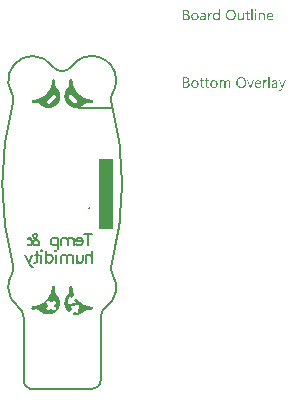
<source format=gbo>
G04*
G04 #@! TF.GenerationSoftware,Altium Limited,Altium Designer,21.9.2 (33)*
G04*
G04 Layer_Color=32896*
%FSAX25Y25*%
%MOIN*%
G70*
G04*
G04 #@! TF.SameCoordinates,22CECA58-678C-4C5F-B68D-3DF83B2D247A*
G04*
G04*
G04 #@! TF.FilePolarity,Positive*
G04*
G01*
G75*
%ADD10C,0.00591*%
%ADD13C,0.00787*%
%ADD58R,0.04823X0.23622*%
G36*
X0064563Y0102638D02*
X0064588D01*
X0064644Y0102613D01*
X0064675Y0102594D01*
X0064706Y0102569D01*
X0064712Y0102563D01*
X0064718Y0102557D01*
X0064749Y0102520D01*
X0064774Y0102458D01*
X0064780Y0102421D01*
X0064786Y0102384D01*
Y0102377D01*
Y0102365D01*
X0064780Y0102347D01*
X0064774Y0102322D01*
X0064755Y0102260D01*
X0064731Y0102229D01*
X0064706Y0102198D01*
X0064700D01*
X0064693Y0102186D01*
X0064656Y0102161D01*
X0064601Y0102136D01*
X0064563Y0102130D01*
X0064526Y0102124D01*
X0064508D01*
X0064489Y0102130D01*
X0064464D01*
X0064403Y0102155D01*
X0064372Y0102167D01*
X0064341Y0102192D01*
Y0102198D01*
X0064328Y0102204D01*
X0064316Y0102223D01*
X0064303Y0102241D01*
X0064279Y0102303D01*
X0064272Y0102340D01*
X0064266Y0102384D01*
Y0102390D01*
Y0102402D01*
X0064272Y0102421D01*
X0064279Y0102452D01*
X0064297Y0102507D01*
X0064316Y0102539D01*
X0064341Y0102569D01*
X0064347Y0102576D01*
X0064353Y0102582D01*
X0064390Y0102607D01*
X0064452Y0102631D01*
X0064489Y0102644D01*
X0064545D01*
X0064563Y0102638D01*
D02*
G37*
G36*
X0052573Y0098973D02*
X0052171D01*
Y0099394D01*
X0052159D01*
Y0099388D01*
X0052146Y0099375D01*
X0052128Y0099351D01*
X0052109Y0099320D01*
X0052078Y0099282D01*
X0052041Y0099245D01*
X0051998Y0099202D01*
X0051948Y0099159D01*
X0051893Y0099109D01*
X0051824Y0099066D01*
X0051756Y0099029D01*
X0051676Y0098992D01*
X0051595Y0098961D01*
X0051503Y0098936D01*
X0051403Y0098923D01*
X0051298Y0098917D01*
X0051255D01*
X0051218Y0098923D01*
X0051181Y0098930D01*
X0051131Y0098936D01*
X0051026Y0098961D01*
X0050902Y0098998D01*
X0050778Y0099060D01*
X0050710Y0099097D01*
X0050655Y0099140D01*
X0050593Y0099196D01*
X0050537Y0099252D01*
Y0099258D01*
X0050524Y0099270D01*
X0050512Y0099289D01*
X0050494Y0099313D01*
X0050475Y0099344D01*
X0050450Y0099388D01*
X0050425Y0099437D01*
X0050401Y0099493D01*
X0050370Y0099555D01*
X0050345Y0099623D01*
X0050320Y0099697D01*
X0050302Y0099778D01*
X0050283Y0099864D01*
X0050271Y0099963D01*
X0050265Y0100063D01*
X0050258Y0100168D01*
Y0100174D01*
Y0100192D01*
Y0100230D01*
X0050265Y0100273D01*
X0050271Y0100322D01*
X0050277Y0100384D01*
X0050283Y0100452D01*
X0050296Y0100527D01*
X0050333Y0100688D01*
X0050388Y0100855D01*
X0050425Y0100935D01*
X0050469Y0101016D01*
X0050512Y0101090D01*
X0050568Y0101164D01*
X0050574Y0101171D01*
X0050580Y0101183D01*
X0050599Y0101201D01*
X0050624Y0101226D01*
X0050655Y0101251D01*
X0050698Y0101282D01*
X0050741Y0101319D01*
X0050791Y0101356D01*
X0050915Y0101424D01*
X0051057Y0101486D01*
X0051137Y0101505D01*
X0051224Y0101523D01*
X0051311Y0101536D01*
X0051410Y0101542D01*
X0051459D01*
X0051496Y0101536D01*
X0051534Y0101530D01*
X0051583Y0101523D01*
X0051694Y0101492D01*
X0051818Y0101443D01*
X0051880Y0101412D01*
X0051942Y0101369D01*
X0052004Y0101325D01*
X0052060Y0101269D01*
X0052109Y0101208D01*
X0052159Y0101133D01*
X0052171D01*
Y0102693D01*
X0052573D01*
Y0098973D01*
D02*
G37*
G36*
X0066841Y0101536D02*
X0066916Y0101530D01*
X0067009Y0101511D01*
X0067107Y0101480D01*
X0067213Y0101430D01*
X0067318Y0101362D01*
X0067361Y0101325D01*
X0067405Y0101276D01*
X0067417Y0101263D01*
X0067442Y0101226D01*
X0067473Y0101164D01*
X0067516Y0101078D01*
X0067553Y0100972D01*
X0067590Y0100842D01*
X0067615Y0100688D01*
X0067621Y0100508D01*
Y0098973D01*
X0067219D01*
Y0100403D01*
Y0100409D01*
Y0100440D01*
X0067213Y0100477D01*
Y0100527D01*
X0067200Y0100589D01*
X0067188Y0100657D01*
X0067169Y0100731D01*
X0067145Y0100805D01*
X0067114Y0100880D01*
X0067077Y0100948D01*
X0067027Y0101016D01*
X0066971Y0101078D01*
X0066909Y0101127D01*
X0066829Y0101164D01*
X0066742Y0101195D01*
X0066637Y0101201D01*
X0066625D01*
X0066588Y0101195D01*
X0066532Y0101189D01*
X0066464Y0101171D01*
X0066383Y0101146D01*
X0066297Y0101102D01*
X0066216Y0101047D01*
X0066136Y0100972D01*
X0066129Y0100960D01*
X0066105Y0100935D01*
X0066074Y0100886D01*
X0066037Y0100818D01*
X0066000Y0100737D01*
X0065969Y0100638D01*
X0065944Y0100527D01*
X0065938Y0100403D01*
Y0098973D01*
X0065535D01*
Y0101486D01*
X0065938D01*
Y0101065D01*
X0065950D01*
X0065956Y0101072D01*
X0065962Y0101084D01*
X0065981Y0101109D01*
X0066006Y0101139D01*
X0066030Y0101177D01*
X0066068Y0101214D01*
X0066111Y0101257D01*
X0066160Y0101307D01*
X0066216Y0101350D01*
X0066278Y0101393D01*
X0066346Y0101430D01*
X0066420Y0101468D01*
X0066495Y0101499D01*
X0066581Y0101523D01*
X0066674Y0101536D01*
X0066773Y0101542D01*
X0066810D01*
X0066841Y0101536D01*
D02*
G37*
G36*
X0049844Y0101523D02*
X0049918Y0101517D01*
X0049961Y0101505D01*
X0049992Y0101492D01*
Y0101078D01*
X0049986Y0101084D01*
X0049974Y0101090D01*
X0049949Y0101102D01*
X0049918Y0101121D01*
X0049874Y0101133D01*
X0049819Y0101146D01*
X0049757Y0101152D01*
X0049689Y0101158D01*
X0049676D01*
X0049646Y0101152D01*
X0049596Y0101146D01*
X0049540Y0101127D01*
X0049466Y0101096D01*
X0049398Y0101053D01*
X0049324Y0100991D01*
X0049255Y0100910D01*
X0049249Y0100898D01*
X0049231Y0100867D01*
X0049200Y0100812D01*
X0049169Y0100737D01*
X0049138Y0100644D01*
X0049107Y0100527D01*
X0049088Y0100397D01*
X0049082Y0100248D01*
Y0098973D01*
X0048680D01*
Y0101486D01*
X0049082D01*
Y0100966D01*
X0049095D01*
Y0100972D01*
X0049101Y0100979D01*
X0049113Y0101010D01*
X0049132Y0101059D01*
X0049163Y0101121D01*
X0049194Y0101183D01*
X0049243Y0101251D01*
X0049293Y0101319D01*
X0049355Y0101381D01*
X0049361Y0101387D01*
X0049385Y0101406D01*
X0049423Y0101430D01*
X0049472Y0101455D01*
X0049528Y0101480D01*
X0049596Y0101505D01*
X0049670Y0101523D01*
X0049751Y0101530D01*
X0049806D01*
X0049844Y0101523D01*
D02*
G37*
G36*
X0060583Y0098973D02*
X0060181D01*
Y0099369D01*
X0060168D01*
Y0099363D01*
X0060156Y0099351D01*
X0060144Y0099326D01*
X0060119Y0099301D01*
X0060063Y0099227D01*
X0059977Y0099146D01*
X0059927Y0099103D01*
X0059871Y0099060D01*
X0059809Y0099023D01*
X0059735Y0098985D01*
X0059661Y0098961D01*
X0059580Y0098936D01*
X0059488Y0098923D01*
X0059395Y0098917D01*
X0059358D01*
X0059314Y0098923D01*
X0059252Y0098936D01*
X0059184Y0098948D01*
X0059110Y0098973D01*
X0059030Y0099004D01*
X0058949Y0099054D01*
X0058862Y0099109D01*
X0058782Y0099177D01*
X0058708Y0099264D01*
X0058640Y0099369D01*
X0058578Y0099487D01*
X0058534Y0099629D01*
X0058510Y0099796D01*
X0058497Y0099883D01*
Y0099982D01*
Y0101486D01*
X0058893D01*
Y0100044D01*
Y0100038D01*
Y0100013D01*
X0058900Y0099970D01*
X0058906Y0099920D01*
X0058912Y0099858D01*
X0058924Y0099796D01*
X0058943Y0099722D01*
X0058968Y0099648D01*
X0059005Y0099573D01*
X0059042Y0099505D01*
X0059092Y0099437D01*
X0059153Y0099375D01*
X0059222Y0099326D01*
X0059302Y0099289D01*
X0059401Y0099258D01*
X0059506Y0099252D01*
X0059519D01*
X0059556Y0099258D01*
X0059611Y0099264D01*
X0059673Y0099276D01*
X0059754Y0099307D01*
X0059834Y0099344D01*
X0059915Y0099394D01*
X0059989Y0099468D01*
X0059995Y0099481D01*
X0060020Y0099505D01*
X0060051Y0099555D01*
X0060088Y0099623D01*
X0060119Y0099704D01*
X0060150Y0099803D01*
X0060175Y0099914D01*
X0060181Y0100038D01*
Y0101486D01*
X0060583D01*
Y0098973D01*
D02*
G37*
G36*
X0064718D02*
X0064316D01*
Y0101486D01*
X0064718D01*
Y0098973D01*
D02*
G37*
G36*
X0063499D02*
X0063096D01*
Y0102693D01*
X0063499D01*
Y0098973D01*
D02*
G37*
G36*
X0047120Y0101536D02*
X0047176Y0101530D01*
X0047244Y0101511D01*
X0047318Y0101492D01*
X0047399Y0101461D01*
X0047485Y0101424D01*
X0047566Y0101375D01*
X0047646Y0101313D01*
X0047720Y0101239D01*
X0047789Y0101146D01*
X0047844Y0101040D01*
X0047888Y0100917D01*
X0047912Y0100774D01*
X0047925Y0100607D01*
Y0098973D01*
X0047522D01*
Y0099363D01*
X0047510D01*
Y0099357D01*
X0047498Y0099344D01*
X0047485Y0099320D01*
X0047460Y0099295D01*
X0047399Y0099221D01*
X0047318Y0099140D01*
X0047207Y0099060D01*
X0047077Y0098985D01*
X0046996Y0098961D01*
X0046916Y0098936D01*
X0046829Y0098923D01*
X0046736Y0098917D01*
X0046699D01*
X0046674Y0098923D01*
X0046606Y0098930D01*
X0046526Y0098942D01*
X0046427Y0098967D01*
X0046334Y0098998D01*
X0046235Y0099047D01*
X0046148Y0099109D01*
X0046142Y0099122D01*
X0046117Y0099146D01*
X0046080Y0099190D01*
X0046043Y0099252D01*
X0046006Y0099326D01*
X0045969Y0099413D01*
X0045944Y0099518D01*
X0045938Y0099635D01*
Y0099642D01*
Y0099666D01*
X0045944Y0099704D01*
X0045950Y0099747D01*
X0045963Y0099803D01*
X0045981Y0099864D01*
X0046006Y0099932D01*
X0046043Y0100001D01*
X0046086Y0100075D01*
X0046142Y0100149D01*
X0046210Y0100217D01*
X0046290Y0100279D01*
X0046383Y0100341D01*
X0046495Y0100391D01*
X0046619Y0100428D01*
X0046767Y0100459D01*
X0047522Y0100564D01*
Y0100570D01*
Y0100589D01*
X0047516Y0100626D01*
Y0100663D01*
X0047504Y0100712D01*
X0047498Y0100768D01*
X0047460Y0100886D01*
X0047429Y0100942D01*
X0047399Y0100997D01*
X0047355Y0101053D01*
X0047306Y0101102D01*
X0047244Y0101146D01*
X0047176Y0101177D01*
X0047095Y0101195D01*
X0047002Y0101201D01*
X0046959D01*
X0046928Y0101195D01*
X0046885D01*
X0046841Y0101183D01*
X0046730Y0101164D01*
X0046606Y0101127D01*
X0046470Y0101072D01*
X0046396Y0101034D01*
X0046328Y0100997D01*
X0046253Y0100948D01*
X0046185Y0100892D01*
Y0101307D01*
X0046191D01*
X0046204Y0101319D01*
X0046222Y0101331D01*
X0046253Y0101344D01*
X0046284Y0101362D01*
X0046328Y0101381D01*
X0046377Y0101400D01*
X0046433Y0101424D01*
X0046557Y0101468D01*
X0046705Y0101505D01*
X0046866Y0101530D01*
X0047039Y0101542D01*
X0047077D01*
X0047120Y0101536D01*
D02*
G37*
G36*
X0041431Y0102483D02*
X0041475D01*
X0041518Y0102477D01*
X0041617Y0102464D01*
X0041735Y0102433D01*
X0041859Y0102396D01*
X0041976Y0102340D01*
X0042081Y0102266D01*
X0042088D01*
X0042094Y0102254D01*
X0042125Y0102229D01*
X0042168Y0102180D01*
X0042217Y0102111D01*
X0042261Y0102025D01*
X0042304Y0101926D01*
X0042335Y0101814D01*
X0042347Y0101752D01*
Y0101684D01*
Y0101678D01*
Y0101672D01*
Y0101635D01*
X0042341Y0101579D01*
X0042329Y0101511D01*
X0042310Y0101424D01*
X0042279Y0101338D01*
X0042242Y0101251D01*
X0042187Y0101164D01*
X0042180Y0101152D01*
X0042156Y0101127D01*
X0042118Y0101090D01*
X0042069Y0101040D01*
X0042007Y0100991D01*
X0041933Y0100935D01*
X0041840Y0100892D01*
X0041741Y0100849D01*
Y0100842D01*
X0041759D01*
X0041778Y0100836D01*
X0041797Y0100830D01*
X0041865Y0100818D01*
X0041945Y0100793D01*
X0042032Y0100756D01*
X0042125Y0100712D01*
X0042217Y0100651D01*
X0042304Y0100570D01*
X0042317Y0100558D01*
X0042341Y0100527D01*
X0042372Y0100483D01*
X0042416Y0100415D01*
X0042453Y0100329D01*
X0042490Y0100230D01*
X0042515Y0100112D01*
X0042521Y0099982D01*
Y0099976D01*
Y0099963D01*
Y0099939D01*
X0042515Y0099908D01*
X0042508Y0099871D01*
X0042502Y0099827D01*
X0042478Y0099722D01*
X0042440Y0099604D01*
X0042385Y0099481D01*
X0042347Y0099425D01*
X0042304Y0099363D01*
X0042248Y0099307D01*
X0042193Y0099252D01*
X0042187D01*
X0042180Y0099239D01*
X0042162Y0099227D01*
X0042137Y0099208D01*
X0042106Y0099190D01*
X0042063Y0099165D01*
X0041970Y0099115D01*
X0041852Y0099060D01*
X0041716Y0099016D01*
X0041555Y0098985D01*
X0041475Y0098979D01*
X0041382Y0098973D01*
X0040354D01*
Y0102489D01*
X0041400D01*
X0041431Y0102483D01*
D02*
G37*
G36*
X0061927Y0101486D02*
X0062564D01*
Y0101139D01*
X0061927D01*
Y0099722D01*
Y0099710D01*
Y0099679D01*
X0061933Y0099635D01*
X0061939Y0099580D01*
X0061964Y0099462D01*
X0061982Y0099406D01*
X0062013Y0099363D01*
X0062019Y0099357D01*
X0062032Y0099344D01*
X0062050Y0099332D01*
X0062081Y0099313D01*
X0062118Y0099289D01*
X0062168Y0099276D01*
X0062230Y0099264D01*
X0062298Y0099258D01*
X0062323D01*
X0062354Y0099264D01*
X0062391Y0099270D01*
X0062477Y0099295D01*
X0062521Y0099313D01*
X0062564Y0099338D01*
Y0098992D01*
X0062558D01*
X0062539Y0098979D01*
X0062508Y0098973D01*
X0062465Y0098961D01*
X0062409Y0098948D01*
X0062347Y0098936D01*
X0062273Y0098930D01*
X0062186Y0098923D01*
X0062155D01*
X0062125Y0098930D01*
X0062081Y0098936D01*
X0062032Y0098948D01*
X0061976Y0098961D01*
X0061920Y0098985D01*
X0061858Y0099016D01*
X0061796Y0099054D01*
X0061735Y0099103D01*
X0061679Y0099159D01*
X0061629Y0099233D01*
X0061586Y0099313D01*
X0061555Y0099413D01*
X0061530Y0099524D01*
X0061524Y0099654D01*
Y0101139D01*
X0061097D01*
Y0101486D01*
X0061524D01*
Y0102099D01*
X0061927Y0102229D01*
Y0101486D01*
D02*
G37*
G36*
X0069454Y0101536D02*
X0069497Y0101530D01*
X0069540Y0101523D01*
X0069652Y0101505D01*
X0069775Y0101461D01*
X0069899Y0101406D01*
X0069961Y0101369D01*
X0070023Y0101325D01*
X0070079Y0101276D01*
X0070134Y0101220D01*
X0070141Y0101214D01*
X0070147Y0101208D01*
X0070159Y0101189D01*
X0070178Y0101164D01*
X0070196Y0101127D01*
X0070221Y0101090D01*
X0070246Y0101047D01*
X0070271Y0100991D01*
X0070295Y0100929D01*
X0070320Y0100867D01*
X0070345Y0100793D01*
X0070363Y0100712D01*
X0070382Y0100626D01*
X0070394Y0100539D01*
X0070407Y0100440D01*
Y0100335D01*
Y0100124D01*
X0068630D01*
Y0100118D01*
Y0100106D01*
Y0100087D01*
X0068636Y0100056D01*
X0068643Y0100019D01*
Y0099982D01*
X0068661Y0099883D01*
X0068692Y0099784D01*
X0068729Y0099673D01*
X0068785Y0099567D01*
X0068853Y0099474D01*
X0068866Y0099462D01*
X0068890Y0099437D01*
X0068940Y0099406D01*
X0069008Y0099363D01*
X0069095Y0099320D01*
X0069194Y0099289D01*
X0069311Y0099264D01*
X0069447Y0099252D01*
X0069491D01*
X0069522Y0099258D01*
X0069559D01*
X0069602Y0099264D01*
X0069707Y0099289D01*
X0069825Y0099320D01*
X0069955Y0099369D01*
X0070091Y0099437D01*
X0070159Y0099481D01*
X0070227Y0099530D01*
Y0099152D01*
X0070221D01*
X0070215Y0099140D01*
X0070196Y0099134D01*
X0070165Y0099115D01*
X0070134Y0099097D01*
X0070097Y0099078D01*
X0070048Y0099060D01*
X0069998Y0099035D01*
X0069936Y0099010D01*
X0069868Y0098992D01*
X0069720Y0098954D01*
X0069546Y0098930D01*
X0069354Y0098917D01*
X0069305D01*
X0069268Y0098923D01*
X0069225Y0098930D01*
X0069169Y0098936D01*
X0069051Y0098961D01*
X0068915Y0098998D01*
X0068779Y0099060D01*
X0068711Y0099103D01*
X0068643Y0099146D01*
X0068581Y0099196D01*
X0068519Y0099258D01*
X0068513Y0099264D01*
X0068506Y0099276D01*
X0068494Y0099295D01*
X0068469Y0099320D01*
X0068451Y0099357D01*
X0068426Y0099400D01*
X0068395Y0099450D01*
X0068370Y0099505D01*
X0068339Y0099567D01*
X0068315Y0099642D01*
X0068284Y0099722D01*
X0068265Y0099809D01*
X0068247Y0099901D01*
X0068228Y0100001D01*
X0068222Y0100106D01*
X0068216Y0100217D01*
Y0100223D01*
Y0100242D01*
Y0100273D01*
X0068222Y0100316D01*
X0068228Y0100366D01*
X0068234Y0100422D01*
X0068240Y0100490D01*
X0068259Y0100558D01*
X0068296Y0100706D01*
X0068352Y0100867D01*
X0068389Y0100948D01*
X0068438Y0101022D01*
X0068488Y0101102D01*
X0068544Y0101171D01*
X0068550Y0101177D01*
X0068562Y0101189D01*
X0068581Y0101208D01*
X0068606Y0101226D01*
X0068636Y0101257D01*
X0068674Y0101288D01*
X0068723Y0101319D01*
X0068773Y0101356D01*
X0068890Y0101424D01*
X0069033Y0101486D01*
X0069113Y0101505D01*
X0069194Y0101523D01*
X0069280Y0101536D01*
X0069373Y0101542D01*
X0069423D01*
X0069454Y0101536D01*
D02*
G37*
G36*
X0056411Y0102545D02*
X0056473Y0102539D01*
X0056547Y0102526D01*
X0056628Y0102507D01*
X0056714Y0102489D01*
X0056801Y0102464D01*
X0056900Y0102433D01*
X0056993Y0102390D01*
X0057092Y0102340D01*
X0057191Y0102285D01*
X0057284Y0102217D01*
X0057377Y0102142D01*
X0057464Y0102056D01*
X0057470Y0102050D01*
X0057482Y0102031D01*
X0057507Y0102006D01*
X0057532Y0101969D01*
X0057569Y0101919D01*
X0057606Y0101858D01*
X0057643Y0101789D01*
X0057686Y0101715D01*
X0057730Y0101622D01*
X0057767Y0101530D01*
X0057804Y0101424D01*
X0057841Y0101307D01*
X0057866Y0101189D01*
X0057891Y0101059D01*
X0057903Y0100917D01*
X0057909Y0100774D01*
Y0100762D01*
Y0100737D01*
Y0100694D01*
X0057903Y0100632D01*
X0057897Y0100558D01*
X0057884Y0100477D01*
X0057872Y0100384D01*
X0057854Y0100279D01*
X0057829Y0100174D01*
X0057798Y0100063D01*
X0057761Y0099951D01*
X0057717Y0099840D01*
X0057662Y0099722D01*
X0057600Y0099617D01*
X0057532Y0099512D01*
X0057451Y0099413D01*
X0057445Y0099406D01*
X0057433Y0099394D01*
X0057402Y0099369D01*
X0057371Y0099338D01*
X0057321Y0099295D01*
X0057265Y0099258D01*
X0057204Y0099208D01*
X0057129Y0099165D01*
X0057049Y0099122D01*
X0056956Y0099072D01*
X0056857Y0099035D01*
X0056745Y0098998D01*
X0056628Y0098961D01*
X0056504Y0098936D01*
X0056374Y0098923D01*
X0056232Y0098917D01*
X0056201D01*
X0056157Y0098923D01*
X0056108D01*
X0056046Y0098930D01*
X0055972Y0098942D01*
X0055891Y0098961D01*
X0055798Y0098979D01*
X0055705Y0099004D01*
X0055607Y0099035D01*
X0055507Y0099078D01*
X0055408Y0099122D01*
X0055309Y0099177D01*
X0055210Y0099245D01*
X0055117Y0099320D01*
X0055031Y0099406D01*
X0055025Y0099413D01*
X0055012Y0099431D01*
X0054988Y0099456D01*
X0054963Y0099493D01*
X0054926Y0099542D01*
X0054888Y0099604D01*
X0054851Y0099673D01*
X0054808Y0099753D01*
X0054765Y0099840D01*
X0054728Y0099932D01*
X0054690Y0100038D01*
X0054653Y0100155D01*
X0054628Y0100273D01*
X0054604Y0100403D01*
X0054591Y0100545D01*
X0054585Y0100688D01*
Y0100700D01*
Y0100725D01*
X0054591Y0100768D01*
Y0100830D01*
X0054598Y0100898D01*
X0054610Y0100985D01*
X0054622Y0101078D01*
X0054641Y0101177D01*
X0054666Y0101282D01*
X0054697Y0101393D01*
X0054734Y0101505D01*
X0054777Y0101616D01*
X0054833Y0101728D01*
X0054895Y0101839D01*
X0054963Y0101944D01*
X0055043Y0102043D01*
X0055049Y0102050D01*
X0055062Y0102068D01*
X0055093Y0102093D01*
X0055130Y0102124D01*
X0055173Y0102161D01*
X0055229Y0102204D01*
X0055297Y0102248D01*
X0055371Y0102297D01*
X0055458Y0102347D01*
X0055551Y0102390D01*
X0055650Y0102433D01*
X0055761Y0102470D01*
X0055885Y0102501D01*
X0056015Y0102532D01*
X0056151Y0102545D01*
X0056294Y0102551D01*
X0056362D01*
X0056411Y0102545D01*
D02*
G37*
G36*
X0044384Y0101536D02*
X0044427Y0101530D01*
X0044483Y0101523D01*
X0044607Y0101499D01*
X0044749Y0101455D01*
X0044892Y0101393D01*
X0044966Y0101356D01*
X0045034Y0101313D01*
X0045102Y0101257D01*
X0045164Y0101195D01*
X0045170Y0101189D01*
X0045176Y0101177D01*
X0045195Y0101158D01*
X0045213Y0101133D01*
X0045238Y0101096D01*
X0045263Y0101053D01*
X0045294Y0101003D01*
X0045325Y0100948D01*
X0045350Y0100880D01*
X0045381Y0100812D01*
X0045405Y0100731D01*
X0045430Y0100644D01*
X0045449Y0100551D01*
X0045467Y0100452D01*
X0045474Y0100347D01*
X0045480Y0100236D01*
Y0100230D01*
Y0100211D01*
Y0100180D01*
X0045474Y0100137D01*
X0045467Y0100087D01*
X0045461Y0100025D01*
X0045449Y0099963D01*
X0045436Y0099889D01*
X0045399Y0099741D01*
X0045337Y0099580D01*
X0045300Y0099499D01*
X0045251Y0099419D01*
X0045201Y0099344D01*
X0045139Y0099276D01*
X0045133Y0099270D01*
X0045121Y0099264D01*
X0045102Y0099245D01*
X0045077Y0099221D01*
X0045040Y0099196D01*
X0045003Y0099165D01*
X0044954Y0099128D01*
X0044898Y0099097D01*
X0044836Y0099066D01*
X0044768Y0099029D01*
X0044693Y0098998D01*
X0044613Y0098973D01*
X0044526Y0098948D01*
X0044434Y0098936D01*
X0044335Y0098923D01*
X0044229Y0098917D01*
X0044174D01*
X0044136Y0098923D01*
X0044093Y0098930D01*
X0044037Y0098936D01*
X0043975Y0098948D01*
X0043907Y0098961D01*
X0043765Y0099004D01*
X0043617Y0099066D01*
X0043542Y0099103D01*
X0043474Y0099152D01*
X0043406Y0099202D01*
X0043338Y0099264D01*
X0043332Y0099270D01*
X0043325Y0099282D01*
X0043307Y0099301D01*
X0043288Y0099326D01*
X0043264Y0099363D01*
X0043233Y0099406D01*
X0043202Y0099456D01*
X0043177Y0099512D01*
X0043146Y0099580D01*
X0043115Y0099648D01*
X0043084Y0099722D01*
X0043059Y0099809D01*
X0043022Y0099994D01*
X0043016Y0100093D01*
X0043010Y0100199D01*
Y0100205D01*
Y0100230D01*
Y0100261D01*
X0043016Y0100304D01*
X0043022Y0100353D01*
X0043028Y0100415D01*
X0043041Y0100483D01*
X0043053Y0100558D01*
X0043090Y0100719D01*
X0043152Y0100880D01*
X0043196Y0100960D01*
X0043239Y0101040D01*
X0043288Y0101115D01*
X0043350Y0101183D01*
X0043356Y0101189D01*
X0043369Y0101201D01*
X0043387Y0101214D01*
X0043412Y0101239D01*
X0043449Y0101263D01*
X0043493Y0101294D01*
X0043542Y0101331D01*
X0043598Y0101362D01*
X0043660Y0101393D01*
X0043734Y0101430D01*
X0043808Y0101461D01*
X0043895Y0101486D01*
X0043982Y0101511D01*
X0044081Y0101530D01*
X0044186Y0101536D01*
X0044291Y0101542D01*
X0044347D01*
X0044384Y0101536D01*
D02*
G37*
G36*
X-0002745Y0079270D02*
X-0002682Y0079259D01*
X-0002622Y0079242D01*
X-0002563Y0079217D01*
X-0002508Y0079187D01*
X-0002456Y0079150D01*
X-0002409Y0079108D01*
X-0002366Y0079061D01*
X-0002330Y0079009D01*
X-0002299Y0078953D01*
X-0002275Y0078895D01*
X-0002257Y0078834D01*
X-0002247Y0078772D01*
X-0002243Y0078708D01*
X-0002246Y0078659D01*
X-0002246Y0078659D01*
X-0002246D01*
X-0002250Y0078603D01*
X-0002278Y0078352D01*
X-0002314Y0078102D01*
X-0002314Y0078102D01*
X-0002314Y0078102D01*
X-0002314Y0078098D01*
X-0002314Y0078098D01*
X-0002324Y0078031D01*
X-0002335Y0077911D01*
X-0002339Y0077790D01*
X-0002335Y0077670D01*
X-0002324Y0077550D01*
X-0002306Y0077431D01*
X-0002281Y0077313D01*
X-0002249Y0077197D01*
X-0002210Y0077083D01*
X-0002163Y0076972D01*
X-0002111Y0076864D01*
X-0002051Y0076759D01*
X-0001986Y0076657D01*
X-0001915Y0076560D01*
X-0001837Y0076468D01*
X-0001767Y0076393D01*
X-0001767Y0076393D01*
X-0001672Y0076294D01*
X-0001560Y0076165D01*
X-0001453Y0076032D01*
X-0001352Y0075894D01*
X-0001257Y0075753D01*
X-0001168Y0075607D01*
X-0001086Y0075457D01*
X-0001011Y0075304D01*
X-0000942Y0075148D01*
X-0000880Y0074989D01*
X-0000825Y0074827D01*
X-0000778Y0074663D01*
X-0000737Y0074497D01*
X-0000704Y0074330D01*
X-0000678Y0074161D01*
X-0000659Y0073992D01*
X-0000648Y0073821D01*
X-0000644Y0073651D01*
X-0000648Y0073480D01*
X-0000659Y0073310D01*
X-0000678Y0073140D01*
X-0000704Y0072971D01*
X-0000737Y0072804D01*
X-0000778Y0072638D01*
X-0000825Y0072474D01*
X-0000880Y0072313D01*
X-0000942Y0072154D01*
X-0001011Y0071997D01*
X-0001086Y0071844D01*
X-0001168Y0071695D01*
X-0001257Y0071549D01*
X-0001352Y0071407D01*
X-0001453Y0071269D01*
X-0001560Y0071136D01*
X-0001672Y0071008D01*
X-0001790Y0070885D01*
X-0001913Y0070767D01*
X-0002042Y0070654D01*
X-0002175Y0070547D01*
X-0002312Y0070446D01*
X-0002454Y0070351D01*
X-0002600Y0070263D01*
X-0002750Y0070181D01*
X-0002903Y0070105D01*
X-0003059Y0070037D01*
X-0003218Y0069975D01*
X-0003380Y0069920D01*
X-0003544Y0069872D01*
X-0003709Y0069832D01*
X-0003877Y0069798D01*
X-0004046Y0069772D01*
X-0004215Y0069754D01*
X-0004386Y0069743D01*
X-0004556Y0069739D01*
X-0004727Y0069743D01*
X-0004897Y0069754D01*
X-0005067Y0069772D01*
X-0005235Y0069798D01*
X-0005403Y0069832D01*
X-0005569Y0069872D01*
X-0005733Y0069920D01*
X-0005894Y0069975D01*
X-0006053Y0070037D01*
X-0006210Y0070105D01*
X-0006363Y0070181D01*
X-0006512Y0070263D01*
X-0006658Y0070351D01*
X-0006800Y0070446D01*
X-0006938Y0070547D01*
X-0007071Y0070654D01*
X-0007199Y0070767D01*
X-0007301Y0070864D01*
X-0007301Y0070864D01*
X-0007377Y0070936D01*
X-0007470Y0071013D01*
X-0007567Y0071084D01*
X-0007668Y0071150D01*
X-0007773Y0071209D01*
X-0007881Y0071262D01*
X-0007993Y0071308D01*
X-0008107Y0071347D01*
X-0008223Y0071379D01*
X-0008340Y0071405D01*
X-0008460Y0071423D01*
X-0008580Y0071434D01*
X-0008700Y0071437D01*
X-0008820Y0071434D01*
X-0008940Y0071423D01*
X-0009005Y0071413D01*
X-0009006Y0071413D01*
X-0009010Y0071412D01*
X-0009010Y0071412D01*
X-0009252Y0071378D01*
X-0009503Y0071350D01*
X-0009559Y0071346D01*
X-0009559Y0071346D01*
X-0009559Y0071346D01*
X-0009608Y0071343D01*
X-0009671Y0071347D01*
X-0009734Y0071357D01*
X-0009794Y0071375D01*
X-0009852Y0071399D01*
X-0009908Y0071429D01*
X-0009959Y0071466D01*
X-0010006Y0071508D01*
X-0010048Y0071555D01*
X-0010085Y0071606D01*
X-0010115Y0071662D01*
X-0010139Y0071720D01*
X-0010157Y0071780D01*
X-0010167Y0071843D01*
X-0010171Y0071906D01*
X-0010167Y0071969D01*
X-0010157Y0072031D01*
X-0010139Y0072091D01*
X-0010115Y0072150D01*
X-0010085Y0072205D01*
X-0010048Y0072256D01*
X-0010006Y0072303D01*
X-0009959Y0072345D01*
X-0009908Y0072382D01*
X-0009852Y0072413D01*
X-0009794Y0072437D01*
X-0009734Y0072454D01*
X-0009671Y0072465D01*
X-0009657Y0072465D01*
X-0009657Y0072466D01*
X-0009657Y0072466D01*
X-0009582Y0072472D01*
X-0009357Y0072498D01*
X-0009134Y0072531D01*
X-0008911Y0072572D01*
X-0008690Y0072620D01*
X-0008470Y0072675D01*
X-0008253Y0072737D01*
X-0008037Y0072806D01*
X-0007824Y0072882D01*
X-0007614Y0072965D01*
X-0007406Y0073055D01*
X-0007201Y0073152D01*
X-0007000Y0073255D01*
X-0006802Y0073365D01*
X-0006608Y0073482D01*
X-0006418Y0073604D01*
X-0006232Y0073733D01*
X-0006050Y0073868D01*
X-0005873Y0074009D01*
X-0005700Y0074155D01*
X-0005533Y0074307D01*
X-0005370Y0074464D01*
X-0005213Y0074627D01*
X-0005061Y0074795D01*
X-0004914Y0074967D01*
X-0004773Y0075145D01*
X-0004639Y0075326D01*
X-0004510Y0075512D01*
X-0004387Y0075703D01*
X-0004271Y0075897D01*
X-0004161Y0076095D01*
X-0004058Y0076296D01*
X-0003961Y0076500D01*
X-0003871Y0076708D01*
X-0003788Y0076919D01*
X-0003711Y0077132D01*
X-0003642Y0077347D01*
X-0003580Y0077565D01*
X-0003525Y0077784D01*
X-0003477Y0078005D01*
X-0003437Y0078228D01*
X-0003404Y0078452D01*
X-0003378Y0078677D01*
X-0003371Y0078756D01*
X-0003371Y0078757D01*
X-0003370Y0078757D01*
X-0003370Y0078772D01*
X-0003359Y0078834D01*
X-0003342Y0078895D01*
X-0003317Y0078953D01*
X-0003287Y0079009D01*
X-0003250Y0079061D01*
X-0003208Y0079108D01*
X-0003161Y0079150D01*
X-0003109Y0079187D01*
X-0003053Y0079217D01*
X-0002995Y0079242D01*
X-0002934Y0079259D01*
X-0002871Y0079270D01*
X-0002808Y0079273D01*
X-0002745Y0079270D01*
D02*
G37*
G36*
X0055291Y0079040D02*
X0055347Y0079028D01*
X0055408Y0079015D01*
X0055476Y0078991D01*
X0055557Y0078960D01*
X0055631Y0078916D01*
X0055712Y0078867D01*
X0055786Y0078799D01*
X0055854Y0078712D01*
X0055916Y0078613D01*
X0055972Y0078502D01*
X0056009Y0078359D01*
X0056040Y0078205D01*
X0056046Y0078025D01*
Y0076478D01*
X0055644D01*
Y0077920D01*
Y0077926D01*
Y0077938D01*
Y0077957D01*
Y0077988D01*
X0055637Y0078062D01*
X0055625Y0078149D01*
X0055613Y0078248D01*
X0055588Y0078347D01*
X0055557Y0078440D01*
X0055514Y0078520D01*
X0055507Y0078527D01*
X0055489Y0078551D01*
X0055458Y0078582D01*
X0055408Y0078613D01*
X0055353Y0078650D01*
X0055278Y0078675D01*
X0055186Y0078700D01*
X0055080Y0078706D01*
X0055068D01*
X0055037Y0078700D01*
X0054988Y0078694D01*
X0054926Y0078675D01*
X0054857Y0078650D01*
X0054783Y0078607D01*
X0054709Y0078551D01*
X0054641Y0078471D01*
X0054635Y0078458D01*
X0054616Y0078427D01*
X0054585Y0078378D01*
X0054554Y0078310D01*
X0054517Y0078229D01*
X0054492Y0078136D01*
X0054467Y0078025D01*
X0054461Y0077908D01*
Y0076478D01*
X0054059D01*
Y0077969D01*
Y0077975D01*
Y0078000D01*
X0054053Y0078038D01*
Y0078087D01*
X0054040Y0078143D01*
X0054028Y0078205D01*
X0054009Y0078267D01*
X0053991Y0078341D01*
X0053960Y0078409D01*
X0053923Y0078471D01*
X0053873Y0078533D01*
X0053818Y0078588D01*
X0053756Y0078638D01*
X0053675Y0078675D01*
X0053588Y0078700D01*
X0053490Y0078706D01*
X0053477D01*
X0053446Y0078700D01*
X0053397Y0078694D01*
X0053335Y0078681D01*
X0053267Y0078650D01*
X0053192Y0078613D01*
X0053118Y0078557D01*
X0053050Y0078483D01*
X0053044Y0078471D01*
X0053025Y0078446D01*
X0052994Y0078396D01*
X0052963Y0078328D01*
X0052932Y0078248D01*
X0052902Y0078149D01*
X0052883Y0078038D01*
X0052877Y0077908D01*
Y0076478D01*
X0052474D01*
Y0078991D01*
X0052877D01*
Y0078588D01*
X0052889D01*
X0052895Y0078595D01*
X0052902Y0078607D01*
X0052920Y0078632D01*
X0052939Y0078663D01*
X0053000Y0078731D01*
X0053087Y0078817D01*
X0053199Y0078904D01*
X0053329Y0078972D01*
X0053409Y0079003D01*
X0053490Y0079028D01*
X0053576Y0079040D01*
X0053669Y0079046D01*
X0053712D01*
X0053762Y0079040D01*
X0053824Y0079028D01*
X0053892Y0079009D01*
X0053966Y0078984D01*
X0054040Y0078954D01*
X0054115Y0078904D01*
X0054121Y0078898D01*
X0054146Y0078879D01*
X0054177Y0078848D01*
X0054220Y0078805D01*
X0054263Y0078749D01*
X0054307Y0078687D01*
X0054350Y0078613D01*
X0054381Y0078527D01*
X0054387Y0078533D01*
X0054393Y0078551D01*
X0054412Y0078576D01*
X0054430Y0078607D01*
X0054461Y0078650D01*
X0054498Y0078694D01*
X0054542Y0078737D01*
X0054591Y0078786D01*
X0054647Y0078836D01*
X0054709Y0078879D01*
X0054777Y0078929D01*
X0054851Y0078966D01*
X0054932Y0078997D01*
X0055018Y0079022D01*
X0055117Y0079040D01*
X0055216Y0079046D01*
X0055254D01*
X0055291Y0079040D01*
D02*
G37*
G36*
X0068166Y0079028D02*
X0068240Y0079022D01*
X0068284Y0079009D01*
X0068315Y0078997D01*
Y0078582D01*
X0068308Y0078588D01*
X0068296Y0078595D01*
X0068271Y0078607D01*
X0068240Y0078626D01*
X0068197Y0078638D01*
X0068141Y0078650D01*
X0068079Y0078656D01*
X0068011Y0078663D01*
X0067999D01*
X0067968Y0078656D01*
X0067918Y0078650D01*
X0067863Y0078632D01*
X0067788Y0078601D01*
X0067720Y0078557D01*
X0067646Y0078496D01*
X0067578Y0078415D01*
X0067572Y0078403D01*
X0067553Y0078372D01*
X0067522Y0078316D01*
X0067491Y0078242D01*
X0067460Y0078149D01*
X0067429Y0078031D01*
X0067411Y0077901D01*
X0067405Y0077753D01*
Y0076478D01*
X0067002D01*
Y0078991D01*
X0067405D01*
Y0078471D01*
X0067417D01*
Y0078477D01*
X0067423Y0078483D01*
X0067436Y0078514D01*
X0067454Y0078564D01*
X0067485Y0078626D01*
X0067516Y0078687D01*
X0067566Y0078755D01*
X0067615Y0078824D01*
X0067677Y0078886D01*
X0067683Y0078892D01*
X0067708Y0078910D01*
X0067745Y0078935D01*
X0067795Y0078960D01*
X0067850Y0078984D01*
X0067918Y0079009D01*
X0067993Y0079028D01*
X0068073Y0079034D01*
X0068129D01*
X0068166Y0079028D01*
D02*
G37*
G36*
X0073372Y0076075D02*
X0073366Y0076069D01*
X0073359Y0076044D01*
X0073341Y0076001D01*
X0073316Y0075951D01*
X0073285Y0075896D01*
X0073242Y0075828D01*
X0073198Y0075760D01*
X0073149Y0075685D01*
X0073087Y0075611D01*
X0073025Y0075543D01*
X0072951Y0075475D01*
X0072870Y0075419D01*
X0072790Y0075370D01*
X0072697Y0075326D01*
X0072604Y0075301D01*
X0072499Y0075295D01*
X0072443D01*
X0072406Y0075301D01*
X0072326Y0075314D01*
X0072239Y0075332D01*
Y0075691D01*
X0072245D01*
X0072264Y0075685D01*
X0072289Y0075679D01*
X0072320Y0075673D01*
X0072394Y0075654D01*
X0072474Y0075648D01*
X0072487D01*
X0072524Y0075654D01*
X0072579Y0075667D01*
X0072648Y0075691D01*
X0072722Y0075735D01*
X0072759Y0075766D01*
X0072796Y0075803D01*
X0072833Y0075840D01*
X0072870Y0075889D01*
X0072901Y0075945D01*
X0072932Y0076007D01*
X0073137Y0076478D01*
X0072152Y0078991D01*
X0072598D01*
X0073279Y0077053D01*
Y0077047D01*
X0073285Y0077035D01*
X0073291Y0077016D01*
X0073298Y0076991D01*
X0073304Y0076954D01*
X0073316Y0076917D01*
X0073329Y0076861D01*
X0073347D01*
Y0076874D01*
X0073359Y0076911D01*
X0073372Y0076967D01*
X0073397Y0077047D01*
X0074108Y0078991D01*
X0074523D01*
X0073372Y0076075D01*
D02*
G37*
G36*
X0062942Y0076478D02*
X0062546D01*
X0061592Y0078991D01*
X0062032D01*
X0062675Y0077165D01*
X0062682Y0077158D01*
X0062688Y0077134D01*
X0062700Y0077090D01*
X0062713Y0077047D01*
X0062725Y0076991D01*
X0062744Y0076929D01*
X0062762Y0076812D01*
X0062768D01*
Y0076818D01*
X0062774Y0076843D01*
X0062781Y0076880D01*
X0062787Y0076923D01*
X0062799Y0076979D01*
X0062812Y0077035D01*
X0062849Y0077152D01*
X0063517Y0078991D01*
X0063938D01*
X0062942Y0076478D01*
D02*
G37*
G36*
X0070964Y0079040D02*
X0071020Y0079034D01*
X0071088Y0079015D01*
X0071162Y0078997D01*
X0071242Y0078966D01*
X0071329Y0078929D01*
X0071410Y0078879D01*
X0071490Y0078817D01*
X0071564Y0078743D01*
X0071632Y0078650D01*
X0071688Y0078545D01*
X0071731Y0078421D01*
X0071756Y0078279D01*
X0071769Y0078112D01*
Y0076478D01*
X0071366D01*
Y0076868D01*
X0071354D01*
Y0076861D01*
X0071342Y0076849D01*
X0071329Y0076824D01*
X0071304Y0076799D01*
X0071242Y0076725D01*
X0071162Y0076645D01*
X0071051Y0076564D01*
X0070921Y0076490D01*
X0070840Y0076465D01*
X0070760Y0076440D01*
X0070673Y0076428D01*
X0070580Y0076422D01*
X0070543D01*
X0070518Y0076428D01*
X0070450Y0076434D01*
X0070370Y0076447D01*
X0070271Y0076471D01*
X0070178Y0076502D01*
X0070079Y0076552D01*
X0069992Y0076614D01*
X0069986Y0076626D01*
X0069961Y0076651D01*
X0069924Y0076694D01*
X0069887Y0076756D01*
X0069850Y0076830D01*
X0069813Y0076917D01*
X0069788Y0077022D01*
X0069782Y0077140D01*
Y0077146D01*
Y0077171D01*
X0069788Y0077208D01*
X0069794Y0077251D01*
X0069806Y0077307D01*
X0069825Y0077369D01*
X0069850Y0077437D01*
X0069887Y0077505D01*
X0069930Y0077579D01*
X0069986Y0077654D01*
X0070054Y0077722D01*
X0070134Y0077784D01*
X0070227Y0077846D01*
X0070339Y0077895D01*
X0070463Y0077932D01*
X0070611Y0077963D01*
X0071366Y0078068D01*
Y0078075D01*
Y0078093D01*
X0071360Y0078130D01*
Y0078167D01*
X0071348Y0078217D01*
X0071342Y0078273D01*
X0071304Y0078390D01*
X0071273Y0078446D01*
X0071242Y0078502D01*
X0071199Y0078557D01*
X0071150Y0078607D01*
X0071088Y0078650D01*
X0071020Y0078681D01*
X0070939Y0078700D01*
X0070846Y0078706D01*
X0070803D01*
X0070772Y0078700D01*
X0070729D01*
X0070685Y0078687D01*
X0070574Y0078669D01*
X0070450Y0078632D01*
X0070314Y0078576D01*
X0070240Y0078539D01*
X0070172Y0078502D01*
X0070097Y0078452D01*
X0070029Y0078396D01*
Y0078811D01*
X0070035D01*
X0070048Y0078824D01*
X0070066Y0078836D01*
X0070097Y0078848D01*
X0070128Y0078867D01*
X0070172Y0078886D01*
X0070221Y0078904D01*
X0070277Y0078929D01*
X0070401Y0078972D01*
X0070549Y0079009D01*
X0070710Y0079034D01*
X0070883Y0079046D01*
X0070921D01*
X0070964Y0079040D01*
D02*
G37*
G36*
X0069150Y0076478D02*
X0068748D01*
Y0080198D01*
X0069150D01*
Y0076478D01*
D02*
G37*
G36*
X0041431Y0079987D02*
X0041475D01*
X0041518Y0079981D01*
X0041617Y0079969D01*
X0041735Y0079938D01*
X0041859Y0079901D01*
X0041976Y0079845D01*
X0042081Y0079771D01*
X0042088D01*
X0042094Y0079758D01*
X0042125Y0079734D01*
X0042168Y0079684D01*
X0042217Y0079616D01*
X0042261Y0079529D01*
X0042304Y0079430D01*
X0042335Y0079319D01*
X0042347Y0079257D01*
Y0079189D01*
Y0079183D01*
Y0079176D01*
Y0079139D01*
X0042341Y0079084D01*
X0042329Y0079015D01*
X0042310Y0078929D01*
X0042279Y0078842D01*
X0042242Y0078755D01*
X0042187Y0078669D01*
X0042180Y0078656D01*
X0042156Y0078632D01*
X0042118Y0078595D01*
X0042069Y0078545D01*
X0042007Y0078496D01*
X0041933Y0078440D01*
X0041840Y0078396D01*
X0041741Y0078353D01*
Y0078347D01*
X0041759D01*
X0041778Y0078341D01*
X0041797Y0078335D01*
X0041865Y0078322D01*
X0041945Y0078297D01*
X0042032Y0078260D01*
X0042125Y0078217D01*
X0042217Y0078155D01*
X0042304Y0078075D01*
X0042317Y0078062D01*
X0042341Y0078031D01*
X0042372Y0077988D01*
X0042416Y0077920D01*
X0042453Y0077833D01*
X0042490Y0077734D01*
X0042515Y0077617D01*
X0042521Y0077486D01*
Y0077480D01*
Y0077468D01*
Y0077443D01*
X0042515Y0077412D01*
X0042508Y0077375D01*
X0042502Y0077332D01*
X0042478Y0077227D01*
X0042440Y0077109D01*
X0042385Y0076985D01*
X0042347Y0076929D01*
X0042304Y0076868D01*
X0042248Y0076812D01*
X0042193Y0076756D01*
X0042187D01*
X0042180Y0076744D01*
X0042162Y0076731D01*
X0042137Y0076713D01*
X0042106Y0076694D01*
X0042063Y0076670D01*
X0041970Y0076620D01*
X0041852Y0076564D01*
X0041716Y0076521D01*
X0041555Y0076490D01*
X0041475Y0076484D01*
X0041382Y0076478D01*
X0040354D01*
Y0079993D01*
X0041400D01*
X0041431Y0079987D01*
D02*
G37*
G36*
X0048358Y0078991D02*
X0048996D01*
Y0078644D01*
X0048358D01*
Y0077227D01*
Y0077214D01*
Y0077183D01*
X0048364Y0077140D01*
X0048370Y0077084D01*
X0048395Y0076967D01*
X0048414Y0076911D01*
X0048445Y0076868D01*
X0048451Y0076861D01*
X0048463Y0076849D01*
X0048482Y0076837D01*
X0048513Y0076818D01*
X0048550Y0076793D01*
X0048599Y0076781D01*
X0048661Y0076768D01*
X0048729Y0076762D01*
X0048754D01*
X0048785Y0076768D01*
X0048822Y0076775D01*
X0048909Y0076799D01*
X0048952Y0076818D01*
X0048996Y0076843D01*
Y0076496D01*
X0048989D01*
X0048971Y0076484D01*
X0048940Y0076478D01*
X0048897Y0076465D01*
X0048841Y0076453D01*
X0048779Y0076440D01*
X0048705Y0076434D01*
X0048618Y0076428D01*
X0048587D01*
X0048556Y0076434D01*
X0048513Y0076440D01*
X0048463Y0076453D01*
X0048408Y0076465D01*
X0048352Y0076490D01*
X0048290Y0076521D01*
X0048228Y0076558D01*
X0048166Y0076608D01*
X0048110Y0076663D01*
X0048061Y0076737D01*
X0048017Y0076818D01*
X0047987Y0076917D01*
X0047962Y0077029D01*
X0047956Y0077158D01*
Y0078644D01*
X0047528D01*
Y0078991D01*
X0047956D01*
Y0079603D01*
X0048358Y0079734D01*
Y0078991D01*
D02*
G37*
G36*
X0046656D02*
X0047293D01*
Y0078644D01*
X0046656D01*
Y0077227D01*
Y0077214D01*
Y0077183D01*
X0046662Y0077140D01*
X0046668Y0077084D01*
X0046693Y0076967D01*
X0046712Y0076911D01*
X0046742Y0076868D01*
X0046749Y0076861D01*
X0046761Y0076849D01*
X0046780Y0076837D01*
X0046810Y0076818D01*
X0046848Y0076793D01*
X0046897Y0076781D01*
X0046959Y0076768D01*
X0047027Y0076762D01*
X0047052D01*
X0047083Y0076768D01*
X0047120Y0076775D01*
X0047207Y0076799D01*
X0047250Y0076818D01*
X0047293Y0076843D01*
Y0076496D01*
X0047287D01*
X0047269Y0076484D01*
X0047238Y0076478D01*
X0047194Y0076465D01*
X0047139Y0076453D01*
X0047077Y0076440D01*
X0047002Y0076434D01*
X0046916Y0076428D01*
X0046885D01*
X0046854Y0076434D01*
X0046810Y0076440D01*
X0046761Y0076453D01*
X0046705Y0076465D01*
X0046650Y0076490D01*
X0046588Y0076521D01*
X0046526Y0076558D01*
X0046464Y0076608D01*
X0046408Y0076663D01*
X0046359Y0076737D01*
X0046315Y0076818D01*
X0046284Y0076917D01*
X0046260Y0077029D01*
X0046253Y0077158D01*
Y0078644D01*
X0045826D01*
Y0078991D01*
X0046253D01*
Y0079603D01*
X0046656Y0079734D01*
Y0078991D01*
D02*
G37*
G36*
X0065442Y0079040D02*
X0065486Y0079034D01*
X0065529Y0079028D01*
X0065640Y0079009D01*
X0065764Y0078966D01*
X0065888Y0078910D01*
X0065950Y0078873D01*
X0066012Y0078830D01*
X0066068Y0078780D01*
X0066123Y0078724D01*
X0066129Y0078718D01*
X0066136Y0078712D01*
X0066148Y0078694D01*
X0066167Y0078669D01*
X0066185Y0078632D01*
X0066210Y0078595D01*
X0066235Y0078551D01*
X0066259Y0078496D01*
X0066284Y0078434D01*
X0066309Y0078372D01*
X0066334Y0078297D01*
X0066352Y0078217D01*
X0066371Y0078130D01*
X0066383Y0078044D01*
X0066396Y0077945D01*
Y0077839D01*
Y0077629D01*
X0064619D01*
Y0077623D01*
Y0077610D01*
Y0077592D01*
X0064625Y0077561D01*
X0064631Y0077524D01*
Y0077486D01*
X0064650Y0077387D01*
X0064681Y0077289D01*
X0064718Y0077177D01*
X0064774Y0077072D01*
X0064842Y0076979D01*
X0064854Y0076967D01*
X0064879Y0076942D01*
X0064929Y0076911D01*
X0064997Y0076868D01*
X0065083Y0076824D01*
X0065182Y0076793D01*
X0065300Y0076768D01*
X0065436Y0076756D01*
X0065479D01*
X0065510Y0076762D01*
X0065548D01*
X0065591Y0076768D01*
X0065696Y0076793D01*
X0065814Y0076824D01*
X0065944Y0076874D01*
X0066080Y0076942D01*
X0066148Y0076985D01*
X0066216Y0077035D01*
Y0076657D01*
X0066210D01*
X0066204Y0076645D01*
X0066185Y0076639D01*
X0066154Y0076620D01*
X0066123Y0076601D01*
X0066086Y0076583D01*
X0066037Y0076564D01*
X0065987Y0076539D01*
X0065925Y0076515D01*
X0065857Y0076496D01*
X0065709Y0076459D01*
X0065535Y0076434D01*
X0065343Y0076422D01*
X0065294D01*
X0065257Y0076428D01*
X0065213Y0076434D01*
X0065158Y0076440D01*
X0065040Y0076465D01*
X0064904Y0076502D01*
X0064768Y0076564D01*
X0064700Y0076608D01*
X0064631Y0076651D01*
X0064570Y0076700D01*
X0064508Y0076762D01*
X0064502Y0076768D01*
X0064495Y0076781D01*
X0064483Y0076799D01*
X0064458Y0076824D01*
X0064440Y0076861D01*
X0064415Y0076905D01*
X0064384Y0076954D01*
X0064359Y0077010D01*
X0064328Y0077072D01*
X0064303Y0077146D01*
X0064272Y0077227D01*
X0064254Y0077313D01*
X0064235Y0077406D01*
X0064217Y0077505D01*
X0064211Y0077610D01*
X0064204Y0077722D01*
Y0077728D01*
Y0077746D01*
Y0077777D01*
X0064211Y0077821D01*
X0064217Y0077870D01*
X0064223Y0077926D01*
X0064229Y0077994D01*
X0064248Y0078062D01*
X0064285Y0078211D01*
X0064341Y0078372D01*
X0064378Y0078452D01*
X0064427Y0078527D01*
X0064477Y0078607D01*
X0064533Y0078675D01*
X0064539Y0078681D01*
X0064551Y0078694D01*
X0064570Y0078712D01*
X0064594Y0078731D01*
X0064625Y0078762D01*
X0064662Y0078793D01*
X0064712Y0078824D01*
X0064762Y0078861D01*
X0064879Y0078929D01*
X0065022Y0078991D01*
X0065102Y0079009D01*
X0065182Y0079028D01*
X0065269Y0079040D01*
X0065362Y0079046D01*
X0065412D01*
X0065442Y0079040D01*
D02*
G37*
G36*
X0059828Y0080049D02*
X0059890Y0080043D01*
X0059964Y0080031D01*
X0060045Y0080012D01*
X0060131Y0079993D01*
X0060218Y0079969D01*
X0060317Y0079938D01*
X0060410Y0079894D01*
X0060509Y0079845D01*
X0060608Y0079789D01*
X0060701Y0079721D01*
X0060794Y0079647D01*
X0060880Y0079560D01*
X0060887Y0079554D01*
X0060899Y0079535D01*
X0060924Y0079511D01*
X0060948Y0079474D01*
X0060986Y0079424D01*
X0061023Y0079362D01*
X0061060Y0079294D01*
X0061103Y0079220D01*
X0061146Y0079127D01*
X0061184Y0079034D01*
X0061221Y0078929D01*
X0061258Y0078811D01*
X0061283Y0078694D01*
X0061308Y0078564D01*
X0061320Y0078421D01*
X0061326Y0078279D01*
Y0078267D01*
Y0078242D01*
Y0078198D01*
X0061320Y0078136D01*
X0061314Y0078062D01*
X0061301Y0077982D01*
X0061289Y0077889D01*
X0061270Y0077784D01*
X0061246Y0077678D01*
X0061215Y0077567D01*
X0061177Y0077456D01*
X0061134Y0077344D01*
X0061078Y0077227D01*
X0061016Y0077121D01*
X0060948Y0077016D01*
X0060868Y0076917D01*
X0060862Y0076911D01*
X0060849Y0076898D01*
X0060818Y0076874D01*
X0060787Y0076843D01*
X0060738Y0076799D01*
X0060682Y0076762D01*
X0060620Y0076713D01*
X0060546Y0076670D01*
X0060466Y0076626D01*
X0060373Y0076577D01*
X0060274Y0076539D01*
X0060162Y0076502D01*
X0060045Y0076465D01*
X0059921Y0076440D01*
X0059791Y0076428D01*
X0059649Y0076422D01*
X0059618D01*
X0059574Y0076428D01*
X0059525D01*
X0059463Y0076434D01*
X0059389Y0076447D01*
X0059308Y0076465D01*
X0059215Y0076484D01*
X0059122Y0076508D01*
X0059023Y0076539D01*
X0058924Y0076583D01*
X0058825Y0076626D01*
X0058726Y0076682D01*
X0058627Y0076750D01*
X0058534Y0076824D01*
X0058448Y0076911D01*
X0058442Y0076917D01*
X0058429Y0076936D01*
X0058404Y0076960D01*
X0058380Y0076998D01*
X0058342Y0077047D01*
X0058305Y0077109D01*
X0058268Y0077177D01*
X0058225Y0077258D01*
X0058182Y0077344D01*
X0058144Y0077437D01*
X0058107Y0077542D01*
X0058070Y0077660D01*
X0058045Y0077777D01*
X0058021Y0077908D01*
X0058008Y0078050D01*
X0058002Y0078192D01*
Y0078205D01*
Y0078229D01*
X0058008Y0078273D01*
Y0078335D01*
X0058014Y0078403D01*
X0058027Y0078489D01*
X0058039Y0078582D01*
X0058058Y0078681D01*
X0058082Y0078786D01*
X0058113Y0078898D01*
X0058151Y0079009D01*
X0058194Y0079121D01*
X0058250Y0079232D01*
X0058311Y0079343D01*
X0058380Y0079449D01*
X0058460Y0079548D01*
X0058466Y0079554D01*
X0058479Y0079573D01*
X0058510Y0079597D01*
X0058547Y0079628D01*
X0058590Y0079665D01*
X0058646Y0079709D01*
X0058714Y0079752D01*
X0058788Y0079802D01*
X0058875Y0079851D01*
X0058968Y0079894D01*
X0059067Y0079938D01*
X0059178Y0079975D01*
X0059302Y0080006D01*
X0059432Y0080037D01*
X0059568Y0080049D01*
X0059711Y0080055D01*
X0059778D01*
X0059828Y0080049D01*
D02*
G37*
G36*
X0050735Y0079040D02*
X0050778Y0079034D01*
X0050834Y0079028D01*
X0050958Y0079003D01*
X0051100Y0078960D01*
X0051243Y0078898D01*
X0051317Y0078861D01*
X0051385Y0078817D01*
X0051453Y0078762D01*
X0051515Y0078700D01*
X0051521Y0078694D01*
X0051527Y0078681D01*
X0051546Y0078663D01*
X0051564Y0078638D01*
X0051589Y0078601D01*
X0051614Y0078557D01*
X0051645Y0078508D01*
X0051676Y0078452D01*
X0051701Y0078384D01*
X0051732Y0078316D01*
X0051756Y0078236D01*
X0051781Y0078149D01*
X0051800Y0078056D01*
X0051818Y0077957D01*
X0051824Y0077852D01*
X0051831Y0077740D01*
Y0077734D01*
Y0077716D01*
Y0077685D01*
X0051824Y0077641D01*
X0051818Y0077592D01*
X0051812Y0077530D01*
X0051800Y0077468D01*
X0051787Y0077394D01*
X0051750Y0077245D01*
X0051688Y0077084D01*
X0051651Y0077004D01*
X0051602Y0076923D01*
X0051552Y0076849D01*
X0051490Y0076781D01*
X0051484Y0076775D01*
X0051472Y0076768D01*
X0051453Y0076750D01*
X0051428Y0076725D01*
X0051391Y0076700D01*
X0051354Y0076670D01*
X0051304Y0076632D01*
X0051249Y0076601D01*
X0051187Y0076570D01*
X0051119Y0076533D01*
X0051044Y0076502D01*
X0050964Y0076478D01*
X0050877Y0076453D01*
X0050784Y0076440D01*
X0050685Y0076428D01*
X0050580Y0076422D01*
X0050524D01*
X0050487Y0076428D01*
X0050444Y0076434D01*
X0050388Y0076440D01*
X0050326Y0076453D01*
X0050258Y0076465D01*
X0050116Y0076508D01*
X0049967Y0076570D01*
X0049893Y0076608D01*
X0049825Y0076657D01*
X0049757Y0076707D01*
X0049689Y0076768D01*
X0049683Y0076775D01*
X0049676Y0076787D01*
X0049658Y0076806D01*
X0049639Y0076830D01*
X0049615Y0076868D01*
X0049584Y0076911D01*
X0049553Y0076960D01*
X0049528Y0077016D01*
X0049497Y0077084D01*
X0049466Y0077152D01*
X0049435Y0077227D01*
X0049410Y0077313D01*
X0049373Y0077499D01*
X0049367Y0077598D01*
X0049361Y0077703D01*
Y0077709D01*
Y0077734D01*
Y0077765D01*
X0049367Y0077808D01*
X0049373Y0077858D01*
X0049379Y0077920D01*
X0049392Y0077988D01*
X0049404Y0078062D01*
X0049441Y0078223D01*
X0049503Y0078384D01*
X0049547Y0078465D01*
X0049590Y0078545D01*
X0049639Y0078619D01*
X0049701Y0078687D01*
X0049707Y0078694D01*
X0049720Y0078706D01*
X0049738Y0078718D01*
X0049763Y0078743D01*
X0049800Y0078768D01*
X0049844Y0078799D01*
X0049893Y0078836D01*
X0049949Y0078867D01*
X0050011Y0078898D01*
X0050085Y0078935D01*
X0050159Y0078966D01*
X0050246Y0078991D01*
X0050333Y0079015D01*
X0050432Y0079034D01*
X0050537Y0079040D01*
X0050642Y0079046D01*
X0050698D01*
X0050735Y0079040D01*
D02*
G37*
G36*
X0044384D02*
X0044427Y0079034D01*
X0044483Y0079028D01*
X0044607Y0079003D01*
X0044749Y0078960D01*
X0044892Y0078898D01*
X0044966Y0078861D01*
X0045034Y0078817D01*
X0045102Y0078762D01*
X0045164Y0078700D01*
X0045170Y0078694D01*
X0045176Y0078681D01*
X0045195Y0078663D01*
X0045213Y0078638D01*
X0045238Y0078601D01*
X0045263Y0078557D01*
X0045294Y0078508D01*
X0045325Y0078452D01*
X0045350Y0078384D01*
X0045381Y0078316D01*
X0045405Y0078236D01*
X0045430Y0078149D01*
X0045449Y0078056D01*
X0045467Y0077957D01*
X0045474Y0077852D01*
X0045480Y0077740D01*
Y0077734D01*
Y0077716D01*
Y0077685D01*
X0045474Y0077641D01*
X0045467Y0077592D01*
X0045461Y0077530D01*
X0045449Y0077468D01*
X0045436Y0077394D01*
X0045399Y0077245D01*
X0045337Y0077084D01*
X0045300Y0077004D01*
X0045251Y0076923D01*
X0045201Y0076849D01*
X0045139Y0076781D01*
X0045133Y0076775D01*
X0045121Y0076768D01*
X0045102Y0076750D01*
X0045077Y0076725D01*
X0045040Y0076700D01*
X0045003Y0076670D01*
X0044954Y0076632D01*
X0044898Y0076601D01*
X0044836Y0076570D01*
X0044768Y0076533D01*
X0044693Y0076502D01*
X0044613Y0076478D01*
X0044526Y0076453D01*
X0044434Y0076440D01*
X0044335Y0076428D01*
X0044229Y0076422D01*
X0044174D01*
X0044136Y0076428D01*
X0044093Y0076434D01*
X0044037Y0076440D01*
X0043975Y0076453D01*
X0043907Y0076465D01*
X0043765Y0076508D01*
X0043617Y0076570D01*
X0043542Y0076608D01*
X0043474Y0076657D01*
X0043406Y0076707D01*
X0043338Y0076768D01*
X0043332Y0076775D01*
X0043325Y0076787D01*
X0043307Y0076806D01*
X0043288Y0076830D01*
X0043264Y0076868D01*
X0043233Y0076911D01*
X0043202Y0076960D01*
X0043177Y0077016D01*
X0043146Y0077084D01*
X0043115Y0077152D01*
X0043084Y0077227D01*
X0043059Y0077313D01*
X0043022Y0077499D01*
X0043016Y0077598D01*
X0043010Y0077703D01*
Y0077709D01*
Y0077734D01*
Y0077765D01*
X0043016Y0077808D01*
X0043022Y0077858D01*
X0043028Y0077920D01*
X0043041Y0077988D01*
X0043053Y0078062D01*
X0043090Y0078223D01*
X0043152Y0078384D01*
X0043196Y0078465D01*
X0043239Y0078545D01*
X0043288Y0078619D01*
X0043350Y0078687D01*
X0043356Y0078694D01*
X0043369Y0078706D01*
X0043387Y0078718D01*
X0043412Y0078743D01*
X0043449Y0078768D01*
X0043493Y0078799D01*
X0043542Y0078836D01*
X0043598Y0078867D01*
X0043660Y0078898D01*
X0043734Y0078935D01*
X0043808Y0078966D01*
X0043895Y0078991D01*
X0043982Y0079015D01*
X0044081Y0079034D01*
X0044186Y0079040D01*
X0044291Y0079046D01*
X0044347D01*
X0044384Y0079040D01*
D02*
G37*
G36*
X0002944Y0079331D02*
X0003006Y0079321D01*
X0003067Y0079303D01*
X0003125Y0079279D01*
X0003180Y0079249D01*
X0003232Y0079212D01*
X0003278Y0079170D01*
X0003320Y0079123D01*
X0003357Y0079072D01*
X0003388Y0079017D01*
X0003412Y0078958D01*
X0003429Y0078898D01*
X0003440Y0078835D01*
X0003441Y0078821D01*
X0003441Y0078821D01*
X0003441Y0078821D01*
X0003447Y0078746D01*
X0003473Y0078522D01*
X0003506Y0078298D01*
X0003547Y0078075D01*
X0003595Y0077854D01*
X0003650Y0077634D01*
X0003712Y0077417D01*
X0003781Y0077201D01*
X0003857Y0076988D01*
X0003940Y0076778D01*
X0004030Y0076570D01*
X0004127Y0076365D01*
X0004231Y0076164D01*
X0004341Y0075966D01*
X0004457Y0075772D01*
X0004580Y0075582D01*
X0004708Y0075396D01*
X0004843Y0075214D01*
X0004984Y0075037D01*
X0005130Y0074864D01*
X0005282Y0074697D01*
X0005440Y0074534D01*
X0005602Y0074377D01*
X0005770Y0074225D01*
X0005942Y0074078D01*
X0006120Y0073938D01*
X0006301Y0073803D01*
X0006487Y0073674D01*
X0006678Y0073551D01*
X0006872Y0073435D01*
X0007070Y0073325D01*
X0007271Y0073222D01*
X0007475Y0073125D01*
X0007683Y0073035D01*
X0007894Y0072952D01*
X0008107Y0072875D01*
X0008322Y0072806D01*
X0008540Y0072744D01*
X0008759Y0072689D01*
X0008980Y0072641D01*
X0009203Y0072601D01*
X0009427Y0072568D01*
X0009652Y0072542D01*
X0009731Y0072535D01*
X0009732Y0072535D01*
X0009732Y0072535D01*
X0009747Y0072534D01*
X0009809Y0072523D01*
X0009870Y0072506D01*
X0009928Y0072481D01*
X0009984Y0072451D01*
X0010036Y0072414D01*
X0010083Y0072372D01*
X0010125Y0072325D01*
X0010162Y0072273D01*
X0010192Y0072217D01*
X0010217Y0072159D01*
X0010234Y0072098D01*
X0010245Y0072036D01*
X0010248Y0071972D01*
X0010245Y0071909D01*
X0010234Y0071847D01*
X0010217Y0071786D01*
X0010192Y0071727D01*
X0010162Y0071672D01*
X0010125Y0071620D01*
X0010083Y0071573D01*
X0010036Y0071531D01*
X0009984Y0071494D01*
X0009928Y0071463D01*
X0009870Y0071439D01*
X0009809Y0071421D01*
X0009747Y0071411D01*
X0009683Y0071407D01*
X0009634Y0071410D01*
X0009634Y0071410D01*
Y0071410D01*
X0009578Y0071415D01*
X0009327Y0071442D01*
X0009077Y0071478D01*
Y0071478D01*
X0009077Y0071478D01*
X0009073Y0071478D01*
X0009073Y0071478D01*
X0009006Y0071489D01*
X0008886Y0071500D01*
X0008766Y0071503D01*
X0008645Y0071500D01*
X0008525Y0071489D01*
X0008406Y0071470D01*
X0008288Y0071445D01*
X0008172Y0071413D01*
X0008058Y0071373D01*
X0007947Y0071327D01*
X0007839Y0071275D01*
X0007734Y0071215D01*
X0007633Y0071150D01*
X0007536Y0071079D01*
X0007443Y0071002D01*
X0007368Y0070931D01*
X0007368Y0070931D01*
X0007269Y0070836D01*
X0007140Y0070724D01*
X0007007Y0070617D01*
X0006870Y0070516D01*
X0006728Y0070421D01*
X0006582Y0070332D01*
X0006432Y0070250D01*
X0006279Y0070175D01*
X0006123Y0070106D01*
X0005964Y0070044D01*
X0005802Y0069989D01*
X0005638Y0069942D01*
X0005472Y0069901D01*
X0005305Y0069868D01*
X0005136Y0069842D01*
X0004967Y0069823D01*
X0004796Y0069812D01*
X0004626Y0069808D01*
X0004455Y0069812D01*
X0004285Y0069823D01*
X0004115Y0069842D01*
X0003946Y0069868D01*
X0003779Y0069901D01*
X0003613Y0069942D01*
X0003449Y0069989D01*
X0003288Y0070044D01*
X0003129Y0070106D01*
X0002973Y0070175D01*
X0002819Y0070250D01*
X0002670Y0070332D01*
X0002524Y0070421D01*
X0002382Y0070516D01*
X0002244Y0070617D01*
X0002111Y0070724D01*
X0001983Y0070836D01*
X0001860Y0070954D01*
X0001742Y0071077D01*
X0001629Y0071206D01*
X0001522Y0071339D01*
X0001421Y0071477D01*
X0001326Y0071618D01*
X0001238Y0071764D01*
X0001156Y0071914D01*
X0001080Y0072067D01*
X0001012Y0072223D01*
X0000950Y0072382D01*
X0000895Y0072544D01*
X0000847Y0072708D01*
X0000807Y0072874D01*
X0000773Y0073041D01*
X0000747Y0073210D01*
X0000729Y0073379D01*
X0000718Y0073550D01*
X0000714Y0073720D01*
X0000718Y0073891D01*
X0000729Y0074061D01*
X0000747Y0074231D01*
X0000773Y0074400D01*
X0000807Y0074567D01*
X0000847Y0074733D01*
X0000895Y0074897D01*
X0000950Y0075058D01*
X0001012Y0075217D01*
X0001080Y0075374D01*
X0001156Y0075527D01*
X0001238Y0075676D01*
X0001326Y0075822D01*
X0001421Y0075964D01*
X0001522Y0076102D01*
X0001629Y0076235D01*
X0001742Y0076363D01*
X0001839Y0076465D01*
X0001839Y0076465D01*
X0001911Y0076541D01*
X0001988Y0076634D01*
X0002059Y0076731D01*
X0002125Y0076832D01*
X0002184Y0076937D01*
X0002237Y0077046D01*
X0002283Y0077157D01*
X0002322Y0077271D01*
X0002355Y0077387D01*
X0002380Y0077504D01*
X0002398Y0077624D01*
X0002409Y0077744D01*
X0002413Y0077864D01*
X0002409Y0077984D01*
X0002398Y0078104D01*
X0002388Y0078170D01*
X0002388Y0078170D01*
X0002387Y0078174D01*
X0002387Y0078174D01*
X0002353Y0078416D01*
X0002325Y0078667D01*
X0002321Y0078723D01*
X0002320Y0078723D01*
Y0078723D01*
X0002321Y0078724D01*
X0002318Y0078772D01*
X0002322Y0078835D01*
X0002332Y0078898D01*
X0002350Y0078958D01*
X0002374Y0079017D01*
X0002404Y0079072D01*
X0002441Y0079123D01*
X0002483Y0079170D01*
X0002530Y0079212D01*
X0002581Y0079249D01*
X0002637Y0079279D01*
X0002695Y0079303D01*
X0002756Y0079321D01*
X0002818Y0079331D01*
X0002881Y0079335D01*
X0002944Y0079331D01*
D02*
G37*
G36*
X-0009559Y0071345D02*
X-0009559Y0071345D01*
X-0009559Y0071346D01*
X-0009559Y0071345D01*
D02*
G37*
G36*
X-0002819Y0010447D02*
X-0002757Y0010436D01*
X-0002696Y0010419D01*
X-0002638Y0010394D01*
X-0002582Y0010364D01*
X-0002530Y0010327D01*
X-0002483Y0010285D01*
X-0002441Y0010238D01*
X-0002404Y0010186D01*
X-0002374Y0010130D01*
X-0002349Y0010072D01*
X-0002332Y0010011D01*
X-0002321Y0009949D01*
X-0002318Y0009885D01*
X-0002321Y0009836D01*
X-0002320Y0009836D01*
X-0002321Y0009836D01*
X-0002325Y0009780D01*
X-0002353Y0009529D01*
X-0002388Y0009279D01*
Y0009279D01*
X-0002388Y0009279D01*
X-0002389Y0009275D01*
X-0002389Y0009275D01*
X-0002399Y0009208D01*
X-0002410Y0009088D01*
X-0002414Y0008967D01*
X-0002410Y0008847D01*
X-0002399Y0008727D01*
X-0002381Y0008608D01*
X-0002356Y0008490D01*
X-0002323Y0008374D01*
X-0002284Y0008260D01*
X-0002238Y0008149D01*
X-0002185Y0008041D01*
X-0002126Y0007936D01*
X-0002061Y0007834D01*
X-0001989Y0007737D01*
X-0001912Y0007645D01*
X-0001841Y0007570D01*
X-0001841Y0007570D01*
X-0001747Y0007470D01*
X-0001634Y0007342D01*
X-0001527Y0007209D01*
X-0001426Y0007071D01*
X-0001331Y0006929D01*
X-0001243Y0006784D01*
X-0001161Y0006634D01*
X-0001085Y0006481D01*
X-0001017Y0006325D01*
X-0000955Y0006166D01*
X-0000900Y0006004D01*
X-0000852Y0005840D01*
X-0000812Y0005674D01*
X-0000778Y0005507D01*
X-0000752Y0005338D01*
X-0000734Y0005169D01*
X-0000723Y0004998D01*
X-0000719Y0004828D01*
X-0000722Y0004657D01*
X-0000734Y0004487D01*
X-0000752Y0004317D01*
X-0000778Y0004148D01*
X-0000812Y0003981D01*
X-0000852Y0003815D01*
X-0000900Y0003651D01*
X-0000955Y0003490D01*
X-0001017Y0003331D01*
X-0001085Y0003174D01*
X-0001161Y0003021D01*
X-0001243Y0002872D01*
X-0001331Y0002726D01*
X-0001426Y0002584D01*
X-0001527Y0002446D01*
X-0001634Y0002313D01*
X-0001747Y0002185D01*
X-0001865Y0002061D01*
X-0001988Y0001943D01*
X-0002116Y0001831D01*
X-0002249Y0001724D01*
X-0002387Y0001623D01*
X-0002529Y0001528D01*
X-0002675Y0001440D01*
X-0002824Y0001358D01*
X-0002977Y0001282D01*
X-0003134Y0001213D01*
X-0003293Y0001152D01*
X-0003454Y0001097D01*
X-0003618Y0001049D01*
X-0003784Y0001008D01*
X-0003951Y0000975D01*
X-0004120Y0000949D01*
X-0004290Y0000931D01*
X-0004460Y0000919D01*
X-0004631Y0000916D01*
X-0004801Y0000919D01*
X-0004972Y0000931D01*
X-0005141Y0000949D01*
X-0005310Y0000975D01*
X-0005477Y0001008D01*
X-0005643Y0001049D01*
X-0005807Y0001097D01*
X-0005969Y0001152D01*
X-0006128Y0001213D01*
X-0006284Y0001282D01*
X-0006437Y0001358D01*
X-0006587Y0001440D01*
X-0006733Y0001528D01*
X-0006875Y0001623D01*
X-0007012Y0001724D01*
X-0007145Y0001831D01*
X-0007274Y0001943D01*
X-0007375Y0002041D01*
X-0007375Y0002041D01*
X-0007452Y0002113D01*
X-0007544Y0002190D01*
X-0007642Y0002261D01*
X-0007743Y0002327D01*
X-0007848Y0002386D01*
X-0007956Y0002439D01*
X-0008067Y0002485D01*
X-0008181Y0002524D01*
X-0008297Y0002556D01*
X-0008415Y0002582D01*
X-0008534Y0002600D01*
X-0008654Y0002611D01*
X-0008774Y0002614D01*
X-0008895Y0002611D01*
X-0009015Y0002600D01*
X-0009080Y0002590D01*
X-0009081Y0002590D01*
X-0009084Y0002589D01*
X-0009084Y0002589D01*
X-0009327Y0002555D01*
X-0009578Y0002527D01*
X-0009634Y0002523D01*
Y0002523D01*
X-0009683Y0002520D01*
X-0009746Y0002523D01*
X-0009808Y0002534D01*
X-0009869Y0002551D01*
X-0009927Y0002576D01*
X-0009982Y0002606D01*
X-0010034Y0002643D01*
X-0010081Y0002685D01*
X-0010123Y0002732D01*
X-0010159Y0002783D01*
X-0010190Y0002838D01*
X-0010214Y0002897D01*
X-0010231Y0002957D01*
X-0010242Y0003019D01*
X-0010245Y0003083D01*
X-0010242Y0003145D01*
X-0010231Y0003208D01*
X-0010214Y0003268D01*
X-0010190Y0003327D01*
X-0010159Y0003382D01*
X-0010123Y0003433D01*
X-0010081Y0003480D01*
X-0010034Y0003522D01*
X-0009982Y0003559D01*
X-0009927Y0003589D01*
X-0009869Y0003613D01*
X-0009808Y0003631D01*
X-0009746Y0003642D01*
X-0009732Y0003642D01*
X-0009732Y0003643D01*
X-0009731Y0003643D01*
X-0009657Y0003649D01*
X-0009432Y0003675D01*
X-0009208Y0003708D01*
X-0008986Y0003749D01*
X-0008764Y0003796D01*
X-0008545Y0003851D01*
X-0008327Y0003914D01*
X-0008112Y0003983D01*
X-0007899Y0004059D01*
X-0007688Y0004142D01*
X-0007480Y0004232D01*
X-0007276Y0004329D01*
X-0007075Y0004432D01*
X-0006877Y0004542D01*
X-0006683Y0004659D01*
X-0006493Y0004781D01*
X-0006306Y0004910D01*
X-0006125Y0005045D01*
X-0005947Y0005186D01*
X-0005775Y0005332D01*
X-0005607Y0005484D01*
X-0005444Y0005641D01*
X-0005287Y0005804D01*
X-0005135Y0005972D01*
X-0004989Y0006144D01*
X-0004848Y0006322D01*
X-0004713Y0006503D01*
X-0004584Y0006689D01*
X-0004462Y0006880D01*
X-0004346Y0007074D01*
X-0004236Y0007271D01*
X-0004132Y0007473D01*
X-0004035Y0007677D01*
X-0003945Y0007885D01*
X-0003862Y0008095D01*
X-0003786Y0008309D01*
X-0003717Y0008524D01*
X-0003655Y0008742D01*
X-0003600Y0008961D01*
X-0003552Y0009182D01*
X-0003511Y0009405D01*
X-0003478Y0009629D01*
X-0003452Y0009854D01*
X-0003446Y0009933D01*
X-0003446Y0009934D01*
X-0003445Y0009934D01*
X-0003444Y0009949D01*
X-0003434Y0010011D01*
X-0003416Y0010072D01*
X-0003392Y0010130D01*
X-0003361Y0010186D01*
X-0003325Y0010238D01*
X-0003282Y0010285D01*
X-0003235Y0010327D01*
X-0003183Y0010364D01*
X-0003128Y0010394D01*
X-0003069Y0010419D01*
X-0003008Y0010436D01*
X-0002946Y0010447D01*
X-0002883Y0010450D01*
X-0002819Y0010447D01*
D02*
G37*
G36*
X0002949Y0010340D02*
X0003011Y0010330D01*
X0003071Y0010312D01*
X0003130Y0010288D01*
X0003185Y0010258D01*
X0003236Y0010221D01*
X0003283Y0010179D01*
X0003325Y0010132D01*
X0003362Y0010081D01*
X0003393Y0010025D01*
X0003417Y0009967D01*
X0003434Y0009906D01*
X0003445Y0009844D01*
X0003446Y0009830D01*
X0003446Y0009830D01*
X0003446Y0009830D01*
X0003452Y0009755D01*
X0003478Y0009530D01*
X0003511Y0009307D01*
X0003552Y0009084D01*
X0003600Y0008863D01*
X0003655Y0008643D01*
X0003717Y0008426D01*
X0003786Y0008210D01*
X0003862Y0007997D01*
X0003945Y0007786D01*
X0004035Y0007579D01*
X0004061Y0007524D01*
X0003042Y0006505D01*
X0002503Y0007044D01*
X0002503Y0007044D01*
X0002477Y0007067D01*
X0002447Y0007085D01*
X0002415Y0007099D01*
X0002381Y0007107D01*
X0002346Y0007109D01*
X0002311Y0007107D01*
X0002277Y0007099D01*
X0002245Y0007085D01*
X0002215Y0007067D01*
X0002189Y0007044D01*
X0002166Y0007018D01*
X0002148Y0006988D01*
X0002135Y0006956D01*
X0002126Y0006922D01*
X0002126Y0006919D01*
X0002126Y0006919D01*
X0001800Y0004646D01*
X0001800Y0004646D01*
X0001798Y0004614D01*
X0001801Y0004580D01*
X0001809Y0004546D01*
X0001822Y0004513D01*
X0001840Y0004484D01*
X0001863Y0004457D01*
X0001890Y0004434D01*
X0001919Y0004416D01*
X0001952Y0004403D01*
X0001986Y0004394D01*
X0002020Y0004392D01*
X0002051Y0004394D01*
X0002052Y0004394D01*
X0004326Y0004718D01*
X0004326Y0004718D01*
X0004330Y0004718D01*
X0004364Y0004727D01*
X0004396Y0004740D01*
X0004426Y0004758D01*
X0004452Y0004781D01*
X0004475Y0004807D01*
X0004493Y0004837D01*
X0004507Y0004870D01*
X0004515Y0004903D01*
X0004517Y0004938D01*
X0004515Y0004973D01*
X0004507Y0005007D01*
X0004493Y0005039D01*
X0004475Y0005069D01*
X0004452Y0005096D01*
X0004452Y0005095D01*
X0003914Y0005634D01*
X0004701Y0006422D01*
X0004713Y0006405D01*
X0004848Y0006223D01*
X0004989Y0006046D01*
X0005135Y0005873D01*
X0005287Y0005706D01*
X0005444Y0005543D01*
X0005607Y0005385D01*
X0005775Y0005234D01*
X0005947Y0005087D01*
X0006125Y0004947D01*
X0006306Y0004812D01*
X0006493Y0004683D01*
X0006683Y0004560D01*
X0006877Y0004444D01*
X0007075Y0004334D01*
X0007276Y0004231D01*
X0007480Y0004134D01*
X0007688Y0004044D01*
X0007899Y0003961D01*
X0008112Y0003884D01*
X0008327Y0003815D01*
X0008545Y0003753D01*
X0008764Y0003698D01*
X0008986Y0003650D01*
X0009208Y0003610D01*
X0009432Y0003576D01*
X0009657Y0003551D01*
X0009736Y0003544D01*
X0009737Y0003544D01*
X0009737Y0003543D01*
X0009752Y0003543D01*
X0009814Y0003532D01*
X0009875Y0003514D01*
X0009933Y0003490D01*
X0009989Y0003460D01*
X0010041Y0003423D01*
X0010088Y0003381D01*
X0010130Y0003333D01*
X0010167Y0003282D01*
X0010197Y0003226D01*
X0010222Y0003168D01*
X0010239Y0003107D01*
X0010250Y0003045D01*
X0010253Y0002981D01*
X0010250Y0002918D01*
X0010239Y0002856D01*
X0010222Y0002795D01*
X0010197Y0002736D01*
X0010167Y0002681D01*
X0010130Y0002629D01*
X0010088Y0002582D01*
X0010041Y0002540D01*
X0009989Y0002503D01*
X0009933Y0002472D01*
X0009875Y0002448D01*
X0009814Y0002430D01*
X0009752Y0002420D01*
X0009688Y0002416D01*
X0009639Y0002419D01*
X0009639Y0002419D01*
Y0002419D01*
X0009583Y0002423D01*
X0009332Y0002451D01*
X0009082Y0002487D01*
Y0002487D01*
X0009082Y0002487D01*
X0009078Y0002487D01*
X0009078Y0002487D01*
X0009011Y0002497D01*
X0008891Y0002508D01*
X0008771Y0002512D01*
X0008650Y0002508D01*
X0008530Y0002497D01*
X0008411Y0002479D01*
X0008293Y0002454D01*
X0008177Y0002422D01*
X0008063Y0002382D01*
X0007952Y0002336D01*
X0007844Y0002284D01*
X0007739Y0002224D01*
X0007638Y0002159D01*
X0007541Y0002088D01*
X0007448Y0002011D01*
X0007373Y0001940D01*
X0007373Y0001940D01*
X0007274Y0001845D01*
X0007145Y0001733D01*
X0007012Y0001626D01*
X0006875Y0001525D01*
X0006733Y0001430D01*
X0006587Y0001341D01*
X0006437Y0001259D01*
X0006284Y0001184D01*
X0006128Y0001115D01*
X0005969Y0001053D01*
X0005807Y0000998D01*
X0005643Y0000950D01*
X0005477Y0000910D01*
X0005310Y0000877D01*
X0005141Y0000851D01*
X0004972Y0000832D01*
X0004801Y0000821D01*
X0004631Y0000817D01*
X0004460Y0000821D01*
X0004290Y0000832D01*
X0004120Y0000851D01*
X0003951Y0000877D01*
X0003784Y0000910D01*
X0003618Y0000950D01*
X0003454Y0000998D01*
X0003444Y0001002D01*
X0004368Y0001926D01*
X0004907Y0001387D01*
X0004907Y0001387D01*
X0004933Y0001364D01*
X0004963Y0001346D01*
X0004995Y0001332D01*
X0005029Y0001324D01*
X0005064Y0001321D01*
X0005099Y0001324D01*
X0005133Y0001332D01*
X0005165Y0001346D01*
X0005195Y0001364D01*
X0005221Y0001387D01*
X0005244Y0001413D01*
X0005262Y0001443D01*
X0005276Y0001475D01*
X0005284Y0001509D01*
X0005284Y0001512D01*
X0005284Y0001512D01*
X0005610Y0003785D01*
X0005610Y0003785D01*
X0005612Y0003816D01*
X0005610Y0003851D01*
X0005601Y0003885D01*
X0005588Y0003918D01*
X0005570Y0003947D01*
X0005547Y0003974D01*
X0005520Y0003997D01*
X0005491Y0004015D01*
X0005458Y0004028D01*
X0005424Y0004036D01*
X0005390Y0004039D01*
X0005359Y0004037D01*
X0005358Y0004037D01*
X0003084Y0003713D01*
X0003084Y0003713D01*
X0003080Y0003712D01*
X0003046Y0003704D01*
X0003014Y0003691D01*
X0002984Y0003673D01*
X0002958Y0003650D01*
X0002935Y0003624D01*
X0002917Y0003594D01*
X0002904Y0003561D01*
X0002895Y0003528D01*
X0002893Y0003493D01*
X0002895Y0003458D01*
X0002904Y0003424D01*
X0002917Y0003392D01*
X0002935Y0003362D01*
X0002958Y0003335D01*
X0002958Y0003335D01*
X0003497Y0002797D01*
X0002293Y0001593D01*
X0002249Y0001626D01*
X0002116Y0001733D01*
X0001988Y0001845D01*
X0001865Y0001963D01*
X0001747Y0002086D01*
X0001634Y0002215D01*
X0001527Y0002348D01*
X0001426Y0002485D01*
X0001331Y0002627D01*
X0001243Y0002773D01*
X0001161Y0002923D01*
X0001085Y0003076D01*
X0001017Y0003232D01*
X0000955Y0003391D01*
X0000900Y0003553D01*
X0000852Y0003717D01*
X0000812Y0003883D01*
X0000778Y0004050D01*
X0000752Y0004219D01*
X0000734Y0004388D01*
X0000722Y0004558D01*
X0000719Y0004729D01*
X0000722Y0004900D01*
X0000734Y0005070D01*
X0000752Y0005240D01*
X0000778Y0005409D01*
X0000812Y0005576D01*
X0000852Y0005742D01*
X0000900Y0005906D01*
X0000955Y0006067D01*
X0001017Y0006226D01*
X0001085Y0006382D01*
X0001161Y0006536D01*
X0001243Y0006685D01*
X0001331Y0006831D01*
X0001426Y0006973D01*
X0001527Y0007111D01*
X0001634Y0007244D01*
X0001747Y0007372D01*
X0001844Y0007474D01*
X0001844Y0007474D01*
X0001844Y0007474D01*
X0001844Y0007474D01*
X0001844Y0007474D01*
X0001916Y0007550D01*
X0001993Y0007643D01*
X0002064Y0007740D01*
X0002130Y0007841D01*
X0002189Y0007946D01*
X0002242Y0008054D01*
X0002288Y0008166D01*
X0002327Y0008280D01*
X0002359Y0008396D01*
X0002385Y0008513D01*
X0002403Y0008632D01*
X0002414Y0008752D01*
X0002417Y0008873D01*
X0002414Y0008993D01*
X0002403Y0009113D01*
X0002393Y0009178D01*
X0002393Y0009179D01*
X0002392Y0009183D01*
X0002392Y0009183D01*
X0002358Y0009425D01*
X0002330Y0009676D01*
X0002326Y0009732D01*
X0002325Y0009732D01*
X0002326Y0009732D01*
D01*
X0002326D01*
X0002323Y0009781D01*
X0002327Y0009844D01*
X0002337Y0009906D01*
X0002355Y0009967D01*
X0002379Y0010025D01*
X0002409Y0010081D01*
X0002446Y0010132D01*
X0002488Y0010179D01*
X0002535Y0010221D01*
X0002586Y0010258D01*
X0002642Y0010288D01*
X0002700Y0010312D01*
X0002761Y0010330D01*
X0002823Y0010340D01*
X0002886Y0010344D01*
X0002949Y0010340D01*
D02*
G37*
G36*
X0001844Y0007474D02*
X0001844Y0007474D01*
X0001844D01*
X0001844Y0007474D01*
D02*
G37*
%LPC*%
G36*
X0051459Y0101201D02*
X0051422D01*
X0051397Y0101195D01*
X0051329Y0101189D01*
X0051249Y0101171D01*
X0051156Y0101133D01*
X0051057Y0101084D01*
X0050964Y0101022D01*
X0050921Y0100979D01*
X0050877Y0100929D01*
X0050871Y0100917D01*
X0050846Y0100880D01*
X0050809Y0100818D01*
X0050772Y0100737D01*
X0050735Y0100632D01*
X0050698Y0100502D01*
X0050673Y0100353D01*
X0050667Y0100186D01*
Y0100180D01*
Y0100168D01*
Y0100143D01*
X0050673Y0100112D01*
Y0100081D01*
X0050679Y0100038D01*
X0050692Y0099939D01*
X0050716Y0099827D01*
X0050753Y0099716D01*
X0050803Y0099604D01*
X0050871Y0099499D01*
X0050884Y0099487D01*
X0050908Y0099462D01*
X0050952Y0099419D01*
X0051013Y0099375D01*
X0051094Y0099332D01*
X0051187Y0099289D01*
X0051292Y0099264D01*
X0051416Y0099252D01*
X0051447D01*
X0051472Y0099258D01*
X0051534Y0099264D01*
X0051608Y0099282D01*
X0051694Y0099313D01*
X0051787Y0099351D01*
X0051874Y0099413D01*
X0051961Y0099493D01*
X0051967Y0099505D01*
X0051991Y0099536D01*
X0052029Y0099592D01*
X0052066Y0099660D01*
X0052103Y0099747D01*
X0052140Y0099852D01*
X0052165Y0099976D01*
X0052171Y0100106D01*
Y0100477D01*
Y0100483D01*
Y0100490D01*
Y0100527D01*
X0052159Y0100582D01*
X0052146Y0100657D01*
X0052122Y0100737D01*
X0052084Y0100824D01*
X0052035Y0100910D01*
X0051967Y0100991D01*
X0051961Y0100997D01*
X0051930Y0101022D01*
X0051886Y0101059D01*
X0051831Y0101096D01*
X0051756Y0101133D01*
X0051670Y0101171D01*
X0051571Y0101195D01*
X0051459Y0101201D01*
D02*
G37*
G36*
X0047522Y0100242D02*
X0046916Y0100155D01*
X0046903D01*
X0046872Y0100149D01*
X0046823Y0100137D01*
X0046761Y0100124D01*
X0046693Y0100106D01*
X0046619Y0100081D01*
X0046557Y0100056D01*
X0046495Y0100019D01*
X0046489Y0100013D01*
X0046470Y0100001D01*
X0046452Y0099976D01*
X0046427Y0099939D01*
X0046396Y0099889D01*
X0046377Y0099827D01*
X0046359Y0099753D01*
X0046352Y0099666D01*
Y0099660D01*
Y0099635D01*
X0046359Y0099604D01*
X0046371Y0099561D01*
X0046383Y0099512D01*
X0046408Y0099462D01*
X0046439Y0099413D01*
X0046482Y0099363D01*
X0046489Y0099357D01*
X0046507Y0099344D01*
X0046538Y0099326D01*
X0046575Y0099307D01*
X0046625Y0099289D01*
X0046687Y0099270D01*
X0046755Y0099258D01*
X0046835Y0099252D01*
X0046848D01*
X0046885Y0099258D01*
X0046940Y0099264D01*
X0047009Y0099276D01*
X0047083Y0099301D01*
X0047170Y0099338D01*
X0047250Y0099394D01*
X0047324Y0099462D01*
X0047330Y0099474D01*
X0047355Y0099499D01*
X0047386Y0099542D01*
X0047423Y0099604D01*
X0047460Y0099685D01*
X0047491Y0099772D01*
X0047516Y0099877D01*
X0047522Y0099988D01*
Y0100242D01*
D02*
G37*
G36*
X0041240Y0102118D02*
X0040769D01*
Y0100979D01*
X0041246D01*
X0041308Y0100985D01*
X0041382Y0100997D01*
X0041469Y0101016D01*
X0041561Y0101047D01*
X0041642Y0101084D01*
X0041722Y0101139D01*
X0041728Y0101146D01*
X0041753Y0101171D01*
X0041784Y0101208D01*
X0041821Y0101263D01*
X0041852Y0101325D01*
X0041883Y0101406D01*
X0041908Y0101499D01*
X0041914Y0101604D01*
Y0101610D01*
Y0101628D01*
X0041908Y0101653D01*
X0041902Y0101684D01*
X0041877Y0101765D01*
X0041859Y0101814D01*
X0041828Y0101864D01*
X0041797Y0101907D01*
X0041747Y0101957D01*
X0041698Y0102000D01*
X0041629Y0102037D01*
X0041555Y0102068D01*
X0041462Y0102093D01*
X0041357Y0102111D01*
X0041240Y0102118D01*
D02*
G37*
G36*
Y0100607D02*
X0040769D01*
Y0099344D01*
X0041388D01*
X0041450Y0099351D01*
X0041537Y0099363D01*
X0041623Y0099388D01*
X0041716Y0099413D01*
X0041809Y0099456D01*
X0041889Y0099512D01*
X0041896Y0099518D01*
X0041920Y0099542D01*
X0041951Y0099580D01*
X0041989Y0099635D01*
X0042026Y0099704D01*
X0042057Y0099784D01*
X0042081Y0099883D01*
X0042088Y0099988D01*
Y0099994D01*
Y0100013D01*
X0042081Y0100044D01*
X0042075Y0100087D01*
X0042063Y0100131D01*
X0042044Y0100186D01*
X0042019Y0100242D01*
X0041982Y0100298D01*
X0041939Y0100353D01*
X0041883Y0100409D01*
X0041815Y0100465D01*
X0041728Y0100508D01*
X0041636Y0100551D01*
X0041518Y0100582D01*
X0041388Y0100601D01*
X0041240Y0100607D01*
D02*
G37*
G36*
X0069367Y0101201D02*
X0069317D01*
X0069268Y0101189D01*
X0069200Y0101177D01*
X0069125Y0101152D01*
X0069039Y0101115D01*
X0068958Y0101065D01*
X0068878Y0100997D01*
X0068872Y0100991D01*
X0068847Y0100960D01*
X0068816Y0100917D01*
X0068773Y0100855D01*
X0068729Y0100780D01*
X0068692Y0100688D01*
X0068661Y0100582D01*
X0068636Y0100465D01*
X0069992D01*
Y0100471D01*
Y0100483D01*
Y0100496D01*
Y0100521D01*
X0069986Y0100589D01*
X0069973Y0100663D01*
X0069949Y0100756D01*
X0069924Y0100842D01*
X0069881Y0100929D01*
X0069825Y0101010D01*
X0069819Y0101016D01*
X0069794Y0101040D01*
X0069757Y0101072D01*
X0069707Y0101109D01*
X0069639Y0101139D01*
X0069559Y0101171D01*
X0069472Y0101195D01*
X0069367Y0101201D01*
D02*
G37*
G36*
X0056263Y0102173D02*
X0056207D01*
X0056170Y0102167D01*
X0056120Y0102161D01*
X0056071Y0102155D01*
X0056009Y0102142D01*
X0055941Y0102124D01*
X0055798Y0102074D01*
X0055724Y0102043D01*
X0055644Y0102006D01*
X0055569Y0101957D01*
X0055495Y0101901D01*
X0055427Y0101839D01*
X0055359Y0101771D01*
X0055353Y0101765D01*
X0055347Y0101752D01*
X0055328Y0101728D01*
X0055303Y0101697D01*
X0055278Y0101660D01*
X0055254Y0101610D01*
X0055223Y0101554D01*
X0055192Y0101492D01*
X0055155Y0101418D01*
X0055124Y0101344D01*
X0055099Y0101257D01*
X0055074Y0101164D01*
X0055049Y0101065D01*
X0055031Y0100954D01*
X0055025Y0100842D01*
X0055018Y0100725D01*
Y0100719D01*
Y0100694D01*
Y0100663D01*
X0055025Y0100620D01*
X0055031Y0100564D01*
X0055037Y0100496D01*
X0055049Y0100428D01*
X0055062Y0100353D01*
X0055099Y0100186D01*
X0055161Y0100007D01*
X0055198Y0099920D01*
X0055241Y0099840D01*
X0055297Y0099753D01*
X0055353Y0099679D01*
X0055359Y0099673D01*
X0055371Y0099660D01*
X0055390Y0099642D01*
X0055415Y0099617D01*
X0055446Y0099586D01*
X0055489Y0099555D01*
X0055538Y0099518D01*
X0055588Y0099481D01*
X0055650Y0099444D01*
X0055718Y0099406D01*
X0055866Y0099344D01*
X0055953Y0099320D01*
X0056040Y0099301D01*
X0056133Y0099289D01*
X0056232Y0099282D01*
X0056287D01*
X0056331Y0099289D01*
X0056374Y0099295D01*
X0056436Y0099301D01*
X0056498Y0099313D01*
X0056566Y0099332D01*
X0056708Y0099375D01*
X0056789Y0099406D01*
X0056863Y0099444D01*
X0056937Y0099487D01*
X0057012Y0099536D01*
X0057080Y0099592D01*
X0057148Y0099660D01*
X0057154Y0099666D01*
X0057160Y0099679D01*
X0057179Y0099697D01*
X0057197Y0099728D01*
X0057228Y0099772D01*
X0057253Y0099815D01*
X0057284Y0099871D01*
X0057315Y0099932D01*
X0057346Y0100007D01*
X0057377Y0100087D01*
X0057408Y0100174D01*
X0057433Y0100267D01*
X0057451Y0100366D01*
X0057470Y0100477D01*
X0057476Y0100595D01*
X0057482Y0100719D01*
Y0100725D01*
Y0100750D01*
Y0100787D01*
X0057476Y0100830D01*
X0057470Y0100892D01*
X0057464Y0100960D01*
X0057457Y0101034D01*
X0057439Y0101115D01*
X0057402Y0101282D01*
X0057346Y0101461D01*
X0057309Y0101548D01*
X0057265Y0101635D01*
X0057210Y0101715D01*
X0057154Y0101789D01*
X0057148Y0101796D01*
X0057142Y0101808D01*
X0057123Y0101827D01*
X0057092Y0101851D01*
X0057061Y0101876D01*
X0057024Y0101913D01*
X0056975Y0101944D01*
X0056925Y0101981D01*
X0056863Y0102018D01*
X0056795Y0102050D01*
X0056721Y0102087D01*
X0056640Y0102111D01*
X0056554Y0102136D01*
X0056467Y0102155D01*
X0056368Y0102167D01*
X0056263Y0102173D01*
D02*
G37*
G36*
X0044260Y0101201D02*
X0044223D01*
X0044198Y0101195D01*
X0044124Y0101189D01*
X0044037Y0101171D01*
X0043938Y0101139D01*
X0043833Y0101090D01*
X0043734Y0101022D01*
X0043685Y0100985D01*
X0043641Y0100935D01*
X0043629Y0100923D01*
X0043604Y0100886D01*
X0043573Y0100830D01*
X0043530Y0100750D01*
X0043486Y0100644D01*
X0043455Y0100521D01*
X0043431Y0100378D01*
X0043418Y0100211D01*
Y0100205D01*
Y0100192D01*
Y0100168D01*
X0043425Y0100137D01*
Y0100100D01*
X0043431Y0100056D01*
X0043449Y0099957D01*
X0043474Y0099846D01*
X0043517Y0099728D01*
X0043573Y0099611D01*
X0043647Y0099505D01*
X0043660Y0099493D01*
X0043691Y0099468D01*
X0043740Y0099425D01*
X0043808Y0099382D01*
X0043895Y0099332D01*
X0044000Y0099289D01*
X0044124Y0099264D01*
X0044260Y0099252D01*
X0044297D01*
X0044322Y0099258D01*
X0044396Y0099264D01*
X0044483Y0099282D01*
X0044576Y0099313D01*
X0044681Y0099357D01*
X0044774Y0099419D01*
X0044861Y0099499D01*
X0044867Y0099512D01*
X0044892Y0099549D01*
X0044929Y0099604D01*
X0044966Y0099685D01*
X0045003Y0099790D01*
X0045040Y0099914D01*
X0045065Y0100056D01*
X0045071Y0100223D01*
Y0100230D01*
Y0100242D01*
Y0100267D01*
Y0100304D01*
X0045065Y0100341D01*
X0045059Y0100384D01*
X0045046Y0100490D01*
X0045022Y0100607D01*
X0044984Y0100725D01*
X0044929Y0100842D01*
X0044861Y0100948D01*
X0044848Y0100960D01*
X0044824Y0100985D01*
X0044774Y0101028D01*
X0044706Y0101078D01*
X0044619Y0101121D01*
X0044520Y0101164D01*
X0044396Y0101189D01*
X0044260Y0101201D01*
D02*
G37*
G36*
X-0002745Y0074127D02*
X-0002814Y0074123D01*
X-0002882Y0074111D01*
X-0002949Y0074092D01*
X-0003012Y0074066D01*
X-0003073Y0074032D01*
X-0003129Y0073992D01*
X-0003181Y0073946D01*
X-0003181Y0073946D01*
X-0004851Y0072276D01*
X-0004851Y0072276D01*
X-0004897Y0072224D01*
X-0004937Y0072168D01*
X-0004971Y0072107D01*
X-0004997Y0072044D01*
X-0005016Y0071977D01*
X-0005028Y0071909D01*
X-0005032Y0071840D01*
X-0005028Y0071771D01*
X-0005016Y0071703D01*
X-0004997Y0071636D01*
X-0004971Y0071572D01*
X-0004937Y0071512D01*
X-0004897Y0071456D01*
X-0004851Y0071404D01*
X-0004800Y0071358D01*
X-0004743Y0071318D01*
X-0004683Y0071284D01*
X-0004619Y0071258D01*
X-0004552Y0071239D01*
X-0004484Y0071227D01*
X-0004415Y0071223D01*
X-0004346Y0071227D01*
X-0004278Y0071239D01*
X-0004212Y0071258D01*
X-0004148Y0071284D01*
X-0004087Y0071318D01*
X-0004031Y0071358D01*
X-0003979Y0071404D01*
X-0003980Y0071404D01*
X-0002309Y0073075D01*
X-0002309Y0073074D01*
X-0002263Y0073126D01*
X-0002223Y0073182D01*
X-0002190Y0073243D01*
X-0002163Y0073307D01*
X-0002144Y0073373D01*
X-0002132Y0073441D01*
X-0002128Y0073510D01*
X-0002132Y0073579D01*
X-0002144Y0073647D01*
X-0002163Y0073714D01*
X-0002190Y0073778D01*
X-0002223Y0073838D01*
X-0002263Y0073895D01*
X-0002309Y0073946D01*
X-0002361Y0073992D01*
X-0002417Y0074032D01*
X-0002477Y0074066D01*
X-0002541Y0074092D01*
X-0002608Y0074111D01*
X-0002676Y0074123D01*
X-0002745Y0074127D01*
D02*
G37*
G36*
X0071366Y0077746D02*
X0070760Y0077660D01*
X0070747D01*
X0070716Y0077654D01*
X0070667Y0077641D01*
X0070605Y0077629D01*
X0070537Y0077610D01*
X0070463Y0077586D01*
X0070401Y0077561D01*
X0070339Y0077524D01*
X0070332Y0077517D01*
X0070314Y0077505D01*
X0070295Y0077480D01*
X0070271Y0077443D01*
X0070240Y0077394D01*
X0070221Y0077332D01*
X0070202Y0077258D01*
X0070196Y0077171D01*
Y0077165D01*
Y0077140D01*
X0070202Y0077109D01*
X0070215Y0077066D01*
X0070227Y0077016D01*
X0070252Y0076967D01*
X0070283Y0076917D01*
X0070326Y0076868D01*
X0070332Y0076861D01*
X0070351Y0076849D01*
X0070382Y0076830D01*
X0070419Y0076812D01*
X0070469Y0076793D01*
X0070531Y0076775D01*
X0070599Y0076762D01*
X0070679Y0076756D01*
X0070692D01*
X0070729Y0076762D01*
X0070784Y0076768D01*
X0070853Y0076781D01*
X0070927Y0076806D01*
X0071013Y0076843D01*
X0071094Y0076898D01*
X0071168Y0076967D01*
X0071174Y0076979D01*
X0071199Y0077004D01*
X0071230Y0077047D01*
X0071267Y0077109D01*
X0071304Y0077189D01*
X0071335Y0077276D01*
X0071360Y0077381D01*
X0071366Y0077493D01*
Y0077746D01*
D02*
G37*
G36*
X0041240Y0079622D02*
X0040769D01*
Y0078483D01*
X0041246D01*
X0041308Y0078489D01*
X0041382Y0078502D01*
X0041469Y0078520D01*
X0041561Y0078551D01*
X0041642Y0078588D01*
X0041722Y0078644D01*
X0041728Y0078650D01*
X0041753Y0078675D01*
X0041784Y0078712D01*
X0041821Y0078768D01*
X0041852Y0078830D01*
X0041883Y0078910D01*
X0041908Y0079003D01*
X0041914Y0079108D01*
Y0079115D01*
Y0079133D01*
X0041908Y0079158D01*
X0041902Y0079189D01*
X0041877Y0079269D01*
X0041859Y0079319D01*
X0041828Y0079368D01*
X0041797Y0079412D01*
X0041747Y0079461D01*
X0041698Y0079505D01*
X0041629Y0079542D01*
X0041555Y0079573D01*
X0041462Y0079597D01*
X0041357Y0079616D01*
X0041240Y0079622D01*
D02*
G37*
G36*
Y0078112D02*
X0040769D01*
Y0076849D01*
X0041388D01*
X0041450Y0076855D01*
X0041537Y0076868D01*
X0041623Y0076892D01*
X0041716Y0076917D01*
X0041809Y0076960D01*
X0041889Y0077016D01*
X0041896Y0077022D01*
X0041920Y0077047D01*
X0041951Y0077084D01*
X0041989Y0077140D01*
X0042026Y0077208D01*
X0042057Y0077289D01*
X0042081Y0077387D01*
X0042088Y0077493D01*
Y0077499D01*
Y0077517D01*
X0042081Y0077548D01*
X0042075Y0077592D01*
X0042063Y0077635D01*
X0042044Y0077691D01*
X0042019Y0077746D01*
X0041982Y0077802D01*
X0041939Y0077858D01*
X0041883Y0077914D01*
X0041815Y0077969D01*
X0041728Y0078013D01*
X0041636Y0078056D01*
X0041518Y0078087D01*
X0041388Y0078105D01*
X0041240Y0078112D01*
D02*
G37*
G36*
X0065356Y0078706D02*
X0065306D01*
X0065257Y0078694D01*
X0065189Y0078681D01*
X0065114Y0078656D01*
X0065028Y0078619D01*
X0064947Y0078570D01*
X0064867Y0078502D01*
X0064860Y0078496D01*
X0064836Y0078465D01*
X0064805Y0078421D01*
X0064762Y0078359D01*
X0064718Y0078285D01*
X0064681Y0078192D01*
X0064650Y0078087D01*
X0064625Y0077969D01*
X0065981D01*
Y0077975D01*
Y0077988D01*
Y0078000D01*
Y0078025D01*
X0065975Y0078093D01*
X0065962Y0078167D01*
X0065938Y0078260D01*
X0065913Y0078347D01*
X0065869Y0078434D01*
X0065814Y0078514D01*
X0065808Y0078520D01*
X0065783Y0078545D01*
X0065746Y0078576D01*
X0065696Y0078613D01*
X0065628Y0078644D01*
X0065548Y0078675D01*
X0065461Y0078700D01*
X0065356Y0078706D01*
D02*
G37*
G36*
X0059680Y0079678D02*
X0059624D01*
X0059587Y0079672D01*
X0059537Y0079665D01*
X0059488Y0079659D01*
X0059426Y0079647D01*
X0059358Y0079628D01*
X0059215Y0079579D01*
X0059141Y0079548D01*
X0059061Y0079511D01*
X0058986Y0079461D01*
X0058912Y0079405D01*
X0058844Y0079343D01*
X0058776Y0079276D01*
X0058770Y0079269D01*
X0058763Y0079257D01*
X0058745Y0079232D01*
X0058720Y0079201D01*
X0058695Y0079164D01*
X0058671Y0079115D01*
X0058640Y0079059D01*
X0058609Y0078997D01*
X0058571Y0078923D01*
X0058540Y0078848D01*
X0058516Y0078762D01*
X0058491Y0078669D01*
X0058466Y0078570D01*
X0058448Y0078458D01*
X0058442Y0078347D01*
X0058435Y0078229D01*
Y0078223D01*
Y0078198D01*
Y0078167D01*
X0058442Y0078124D01*
X0058448Y0078068D01*
X0058454Y0078000D01*
X0058466Y0077932D01*
X0058479Y0077858D01*
X0058516Y0077691D01*
X0058578Y0077511D01*
X0058615Y0077425D01*
X0058658Y0077344D01*
X0058714Y0077258D01*
X0058770Y0077183D01*
X0058776Y0077177D01*
X0058788Y0077165D01*
X0058807Y0077146D01*
X0058832Y0077121D01*
X0058862Y0077090D01*
X0058906Y0077059D01*
X0058955Y0077022D01*
X0059005Y0076985D01*
X0059067Y0076948D01*
X0059135Y0076911D01*
X0059283Y0076849D01*
X0059370Y0076824D01*
X0059457Y0076806D01*
X0059549Y0076793D01*
X0059649Y0076787D01*
X0059704D01*
X0059748Y0076793D01*
X0059791Y0076799D01*
X0059853Y0076806D01*
X0059915Y0076818D01*
X0059983Y0076837D01*
X0060125Y0076880D01*
X0060206Y0076911D01*
X0060280Y0076948D01*
X0060354Y0076991D01*
X0060429Y0077041D01*
X0060497Y0077097D01*
X0060565Y0077165D01*
X0060571Y0077171D01*
X0060577Y0077183D01*
X0060596Y0077202D01*
X0060614Y0077233D01*
X0060645Y0077276D01*
X0060670Y0077319D01*
X0060701Y0077375D01*
X0060732Y0077437D01*
X0060763Y0077511D01*
X0060794Y0077592D01*
X0060825Y0077678D01*
X0060849Y0077771D01*
X0060868Y0077870D01*
X0060887Y0077982D01*
X0060893Y0078099D01*
X0060899Y0078223D01*
Y0078229D01*
Y0078254D01*
Y0078291D01*
X0060893Y0078335D01*
X0060887Y0078396D01*
X0060880Y0078465D01*
X0060874Y0078539D01*
X0060856Y0078619D01*
X0060818Y0078786D01*
X0060763Y0078966D01*
X0060726Y0079053D01*
X0060682Y0079139D01*
X0060627Y0079220D01*
X0060571Y0079294D01*
X0060565Y0079300D01*
X0060558Y0079313D01*
X0060540Y0079331D01*
X0060509Y0079356D01*
X0060478Y0079381D01*
X0060441Y0079418D01*
X0060391Y0079449D01*
X0060342Y0079486D01*
X0060280Y0079523D01*
X0060212Y0079554D01*
X0060138Y0079591D01*
X0060057Y0079616D01*
X0059970Y0079641D01*
X0059884Y0079659D01*
X0059785Y0079672D01*
X0059680Y0079678D01*
D02*
G37*
G36*
X0050611Y0078706D02*
X0050574D01*
X0050549Y0078700D01*
X0050475Y0078694D01*
X0050388Y0078675D01*
X0050289Y0078644D01*
X0050184Y0078595D01*
X0050085Y0078527D01*
X0050036Y0078489D01*
X0049992Y0078440D01*
X0049980Y0078427D01*
X0049955Y0078390D01*
X0049924Y0078335D01*
X0049881Y0078254D01*
X0049837Y0078149D01*
X0049806Y0078025D01*
X0049782Y0077883D01*
X0049769Y0077716D01*
Y0077709D01*
Y0077697D01*
Y0077672D01*
X0049775Y0077641D01*
Y0077604D01*
X0049782Y0077561D01*
X0049800Y0077462D01*
X0049825Y0077350D01*
X0049868Y0077233D01*
X0049924Y0077115D01*
X0049998Y0077010D01*
X0050011Y0076998D01*
X0050042Y0076973D01*
X0050091Y0076929D01*
X0050159Y0076886D01*
X0050246Y0076837D01*
X0050351Y0076793D01*
X0050475Y0076768D01*
X0050611Y0076756D01*
X0050648D01*
X0050673Y0076762D01*
X0050747Y0076768D01*
X0050834Y0076787D01*
X0050927Y0076818D01*
X0051032Y0076861D01*
X0051125Y0076923D01*
X0051212Y0077004D01*
X0051218Y0077016D01*
X0051243Y0077053D01*
X0051280Y0077109D01*
X0051317Y0077189D01*
X0051354Y0077295D01*
X0051391Y0077418D01*
X0051416Y0077561D01*
X0051422Y0077728D01*
Y0077734D01*
Y0077746D01*
Y0077771D01*
Y0077808D01*
X0051416Y0077846D01*
X0051410Y0077889D01*
X0051397Y0077994D01*
X0051372Y0078112D01*
X0051335Y0078229D01*
X0051280Y0078347D01*
X0051212Y0078452D01*
X0051199Y0078465D01*
X0051174Y0078489D01*
X0051125Y0078533D01*
X0051057Y0078582D01*
X0050970Y0078626D01*
X0050871Y0078669D01*
X0050747Y0078694D01*
X0050611Y0078706D01*
D02*
G37*
G36*
X0044260D02*
X0044223D01*
X0044198Y0078700D01*
X0044124Y0078694D01*
X0044037Y0078675D01*
X0043938Y0078644D01*
X0043833Y0078595D01*
X0043734Y0078527D01*
X0043685Y0078489D01*
X0043641Y0078440D01*
X0043629Y0078427D01*
X0043604Y0078390D01*
X0043573Y0078335D01*
X0043530Y0078254D01*
X0043486Y0078149D01*
X0043455Y0078025D01*
X0043431Y0077883D01*
X0043418Y0077716D01*
Y0077709D01*
Y0077697D01*
Y0077672D01*
X0043425Y0077641D01*
Y0077604D01*
X0043431Y0077561D01*
X0043449Y0077462D01*
X0043474Y0077350D01*
X0043517Y0077233D01*
X0043573Y0077115D01*
X0043647Y0077010D01*
X0043660Y0076998D01*
X0043691Y0076973D01*
X0043740Y0076929D01*
X0043808Y0076886D01*
X0043895Y0076837D01*
X0044000Y0076793D01*
X0044124Y0076768D01*
X0044260Y0076756D01*
X0044297D01*
X0044322Y0076762D01*
X0044396Y0076768D01*
X0044483Y0076787D01*
X0044576Y0076818D01*
X0044681Y0076861D01*
X0044774Y0076923D01*
X0044861Y0077004D01*
X0044867Y0077016D01*
X0044892Y0077053D01*
X0044929Y0077109D01*
X0044966Y0077189D01*
X0045003Y0077295D01*
X0045040Y0077418D01*
X0045065Y0077561D01*
X0045071Y0077728D01*
Y0077734D01*
Y0077746D01*
Y0077771D01*
Y0077808D01*
X0045065Y0077846D01*
X0045059Y0077889D01*
X0045046Y0077994D01*
X0045022Y0078112D01*
X0044984Y0078229D01*
X0044929Y0078347D01*
X0044861Y0078452D01*
X0044848Y0078465D01*
X0044824Y0078489D01*
X0044774Y0078533D01*
X0044706Y0078582D01*
X0044619Y0078626D01*
X0044520Y0078669D01*
X0044396Y0078694D01*
X0044260Y0078706D01*
D02*
G37*
G36*
X0002815Y0074196D02*
X0002746Y0074192D01*
X0002678Y0074180D01*
X0002611Y0074161D01*
X0002547Y0074135D01*
X0002487Y0074101D01*
X0002431Y0074061D01*
X0002379Y0074015D01*
X0002333Y0073964D01*
X0002293Y0073907D01*
X0002259Y0073847D01*
X0002233Y0073783D01*
X0002214Y0073716D01*
X0002202Y0073648D01*
X0002198Y0073579D01*
X0002202Y0073510D01*
X0002214Y0073442D01*
X0002233Y0073376D01*
X0002259Y0073312D01*
X0002293Y0073251D01*
X0002333Y0073195D01*
X0002379Y0073143D01*
X0002379Y0073144D01*
X0004050Y0071473D01*
X0004049Y0071473D01*
X0004101Y0071427D01*
X0004157Y0071387D01*
X0004218Y0071354D01*
X0004282Y0071327D01*
X0004348Y0071308D01*
X0004416Y0071296D01*
X0004485Y0071293D01*
X0004554Y0071296D01*
X0004623Y0071308D01*
X0004689Y0071327D01*
X0004753Y0071354D01*
X0004813Y0071387D01*
X0004870Y0071427D01*
X0004921Y0071473D01*
X0004967Y0071525D01*
X0005007Y0071581D01*
X0005041Y0071641D01*
X0005067Y0071705D01*
X0005086Y0071772D01*
X0005098Y0071840D01*
X0005102Y0071909D01*
X0005098Y0071978D01*
X0005086Y0072046D01*
X0005067Y0072113D01*
X0005041Y0072176D01*
X0005007Y0072237D01*
X0004967Y0072293D01*
X0004921Y0072345D01*
X0004921Y0072345D01*
X0003251Y0074015D01*
X0003251Y0074015D01*
X0003199Y0074061D01*
X0003143Y0074101D01*
X0003083Y0074135D01*
X0003019Y0074161D01*
X0002952Y0074180D01*
X0002884Y0074192D01*
X0002815Y0074196D01*
D02*
G37*
G36*
X-0004629Y0005443D02*
X-0004698Y0005439D01*
X-0004766Y0005427D01*
X-0004833Y0005408D01*
X-0004896Y0005382D01*
X-0004957Y0005348D01*
X-0005013Y0005308D01*
X-0005065Y0005262D01*
X-0005111Y0005211D01*
X-0005151Y0005154D01*
X-0005184Y0005094D01*
X-0005211Y0005030D01*
X-0005230Y0004964D01*
X-0005242Y0004895D01*
X-0005246Y0004826D01*
X-0005242Y0004757D01*
X-0005230Y0004689D01*
X-0005211Y0004623D01*
X-0005184Y0004559D01*
X-0005151Y0004498D01*
X-0005111Y0004442D01*
X-0005065Y0004390D01*
X-0005065Y0004391D01*
X-0004526Y0003852D01*
X-0005065Y0003313D01*
X-0005065Y0003314D01*
X-0005111Y0003262D01*
X-0005151Y0003206D01*
X-0005184Y0003145D01*
X-0005211Y0003081D01*
X-0005230Y0003015D01*
X-0005242Y0002947D01*
X-0005246Y0002878D01*
X-0005242Y0002809D01*
X-0005230Y0002740D01*
X-0005211Y0002674D01*
X-0005184Y0002610D01*
X-0005151Y0002550D01*
X-0005111Y0002493D01*
X-0005065Y0002442D01*
X-0005013Y0002396D01*
X-0004957Y0002356D01*
X-0004896Y0002322D01*
X-0004833Y0002296D01*
X-0004766Y0002276D01*
X-0004698Y0002265D01*
X-0004629Y0002261D01*
X-0004560Y0002265D01*
X-0004492Y0002276D01*
X-0004425Y0002296D01*
X-0004361Y0002322D01*
X-0004301Y0002356D01*
X-0004245Y0002396D01*
X-0004193Y0002442D01*
X-0004193Y0002442D01*
X-0003655Y0002981D01*
X-0003116Y0002442D01*
X-0003116Y0002442D01*
X-0003065Y0002396D01*
X-0003008Y0002356D01*
X-0002948Y0002322D01*
X-0002884Y0002296D01*
X-0002817Y0002276D01*
X-0002749Y0002265D01*
X-0002680Y0002261D01*
X-0002611Y0002265D01*
X-0002543Y0002276D01*
X-0002477Y0002296D01*
X-0002413Y0002322D01*
X-0002352Y0002356D01*
X-0002296Y0002396D01*
X-0002244Y0002442D01*
X-0002198Y0002493D01*
X-0002158Y0002550D01*
X-0002125Y0002610D01*
X-0002098Y0002674D01*
X-0002079Y0002740D01*
X-0002068Y0002809D01*
X-0002064Y0002878D01*
X-0002068Y0002947D01*
X-0002079Y0003015D01*
X-0002098Y0003081D01*
X-0002125Y0003145D01*
X-0002158Y0003206D01*
X-0002198Y0003262D01*
X-0002244Y0003314D01*
X-0002245Y0003313D01*
X-0002783Y0003852D01*
X-0002245Y0004391D01*
X-0002244Y0004390D01*
X-0002198Y0004442D01*
X-0002158Y0004498D01*
X-0002125Y0004559D01*
X-0002098Y0004623D01*
X-0002079Y0004689D01*
X-0002068Y0004757D01*
X-0002064Y0004826D01*
X-0002068Y0004895D01*
X-0002079Y0004964D01*
X-0002098Y0005030D01*
X-0002125Y0005094D01*
X-0002158Y0005154D01*
X-0002198Y0005211D01*
X-0002244Y0005262D01*
X-0002296Y0005308D01*
X-0002352Y0005348D01*
X-0002413Y0005382D01*
X-0002477Y0005408D01*
X-0002543Y0005427D01*
X-0002611Y0005439D01*
X-0002680Y0005443D01*
X-0002749Y0005439D01*
X-0002817Y0005427D01*
X-0002884Y0005408D01*
X-0002948Y0005382D01*
X-0003008Y0005348D01*
X-0003065Y0005308D01*
X-0003116Y0005262D01*
X-0003116Y0005262D01*
X-0003655Y0004723D01*
X-0004193Y0005262D01*
X-0004193Y0005262D01*
X-0004245Y0005308D01*
X-0004301Y0005348D01*
X-0004361Y0005382D01*
X-0004425Y0005408D01*
X-0004492Y0005427D01*
X-0004560Y0005439D01*
X-0004629Y0005443D01*
D02*
G37*
%LPD*%
D10*
X0009039Y0036398D02*
G03*
X0009039Y0036398I-0000197J0000000D01*
G01*
X0009941Y0022145D02*
Y0018209D01*
Y0020083D02*
X0009379Y0020645D01*
X0009004Y0020833D01*
X0008442D01*
X0008067Y0020645D01*
X0007879Y0020083D01*
Y0018209D01*
X0006848Y0020833D02*
Y0018958D01*
X0006661Y0018396D01*
X0006286Y0018209D01*
X0005724D01*
X0005349Y0018396D01*
X0004786Y0018958D01*
Y0020833D02*
Y0018209D01*
X0003756Y0020833D02*
Y0018209D01*
Y0020083D02*
X0003193Y0020645D01*
X0002818Y0020833D01*
X0002256D01*
X0001881Y0020645D01*
X0001694Y0020083D01*
Y0018209D01*
Y0020083D02*
X0001131Y0020645D01*
X0000757Y0020833D01*
X0000194D01*
X-0000181Y0020645D01*
X-0000368Y0020083D01*
Y0018209D01*
X-0001980Y0022145D02*
X-0002167Y0021957D01*
X-0002355Y0022145D01*
X-0002167Y0022332D01*
X-0001980Y0022145D01*
X-0002167Y0020833D02*
Y0018209D01*
X-0005298Y0022145D02*
Y0018209D01*
Y0020270D02*
X-0004923Y0020645D01*
X-0004548Y0020833D01*
X-0003986D01*
X-0003611Y0020645D01*
X-0003236Y0020270D01*
X-0003048Y0019708D01*
Y0019333D01*
X-0003236Y0018771D01*
X-0003611Y0018396D01*
X-0003986Y0018209D01*
X-0004548D01*
X-0004923Y0018396D01*
X-0005298Y0018771D01*
X-0006722Y0022145D02*
X-0006910Y0021957D01*
X-0007097Y0022145D01*
X-0006910Y0022332D01*
X-0006722Y0022145D01*
X-0006910Y0020833D02*
Y0018209D01*
X-0008353Y0022145D02*
Y0018958D01*
X-0008540Y0018396D01*
X-0008915Y0018209D01*
X-0009290D01*
X-0007790Y0020833D02*
X-0009103D01*
X-0010040D02*
X-0011164Y0018209D01*
X-0012289Y0020833D02*
X-0011164Y0018209D01*
X-0010790Y0017459D01*
X-0010415Y0017084D01*
X-0010040Y0016897D01*
X-0009852D01*
X0008727Y0027854D02*
Y0023917D01*
X0010039Y0027854D02*
X0007415D01*
X0006947Y0025417D02*
X0004697D01*
Y0025792D01*
X0004885Y0026167D01*
X0005072Y0026354D01*
X0005447Y0026541D01*
X0006010D01*
X0006384Y0026354D01*
X0006759Y0025979D01*
X0006947Y0025417D01*
Y0025042D01*
X0006759Y0024480D01*
X0006384Y0024105D01*
X0006010Y0023917D01*
X0005447D01*
X0005072Y0024105D01*
X0004697Y0024480D01*
X0003854Y0026541D02*
Y0023917D01*
Y0025792D02*
X0003292Y0026354D01*
X0002917Y0026541D01*
X0002355D01*
X0001980Y0026354D01*
X0001792Y0025792D01*
Y0023917D01*
Y0025792D02*
X0001230Y0026354D01*
X0000855Y0026541D01*
X0000293D01*
X-0000082Y0026354D01*
X-0000270Y0025792D01*
Y0023917D01*
X-0001507Y0026541D02*
Y0022605D01*
Y0025979D02*
X-0001882Y0026354D01*
X-0002256Y0026541D01*
X-0002819D01*
X-0003194Y0026354D01*
X-0003568Y0025979D01*
X-0003756Y0025417D01*
Y0025042D01*
X-0003568Y0024480D01*
X-0003194Y0024105D01*
X-0002819Y0023917D01*
X-0002256D01*
X-0001882Y0024105D01*
X-0001507Y0024480D01*
X-0011066Y0026354D02*
X-0010879Y0026167D01*
X-0011066Y0025979D01*
X-0011253Y0026167D01*
Y0026354D01*
X-0011066Y0026541D01*
X-0010879D01*
X-0010691Y0026354D01*
X-0010504Y0025979D01*
X-0010129Y0025042D01*
X-0009754Y0024480D01*
X-0009379Y0024105D01*
X-0009004Y0023917D01*
X-0008442D01*
X-0007880Y0024105D01*
X-0007692Y0024480D01*
Y0025042D01*
X-0007880Y0025417D01*
X-0009004Y0026167D01*
X-0009379Y0026541D01*
X-0009567Y0026916D01*
Y0027291D01*
X-0009379Y0027666D01*
X-0009004Y0027854D01*
X-0008629Y0027666D01*
X-0008442Y0027291D01*
Y0026916D01*
X-0008629Y0026354D01*
X-0009004Y0025792D01*
X-0009941Y0024480D01*
X-0010316Y0024105D01*
X-0010879Y0023917D01*
X-0011066D01*
X-0011253Y0024105D01*
Y0024292D01*
X-0008442Y0023917D02*
X-0008067Y0024105D01*
X-0007880Y0024480D01*
Y0025042D01*
X-0008067Y0025417D01*
X-0008442Y0025792D01*
Y0026916D02*
X-0008629Y0026541D01*
X-0010129Y0024480D01*
X-0010504Y0024105D01*
X-0010879Y0023917D01*
D13*
X0005570Y0069685D02*
X0016370D01*
X-0003084Y0083512D02*
G03*
X-0009790Y0087098I-0006759J-0004575D01*
G01*
X0018004Y0078937D02*
G03*
X0003081Y0083503I-0008159J0000002D01*
G01*
X-0003084Y0083512D02*
G03*
X0003081Y0083503I0003086J0002445D01*
G01*
X-0013128Y0086408D02*
G03*
X-0016833Y0074724I0003285J-0007471D01*
G01*
X-0009843Y0087098D02*
G03*
X-0013128Y0086408I0000000J-0008166D01*
G01*
X0016832Y0074722D02*
G03*
X0018004Y0078819I-0006990J0004215D01*
G01*
X-0016401Y0071674D02*
G03*
X-0016833Y0074724I-0003803J0001018D01*
G01*
X0016832Y0074722D02*
G03*
X0016400Y0071672I0003371J-0002033D01*
G01*
X-0016836Y0014268D02*
G03*
X-0016405Y0017316I-0003373J0002031D01*
G01*
X0016400Y0017301D02*
G03*
X0016832Y0014251I0003803J-0001017D01*
G01*
X-0016836Y0014268D02*
G03*
X-0018008Y0010054I0007007J-0004219D01*
G01*
X-0016401Y0071674D02*
G03*
X-0016405Y0017316I0101575J-0027185D01*
G01*
X0016400Y0017301D02*
G03*
X0016400Y0071672I-0101653J0027186D01*
G01*
X0014665Y0003453D02*
G03*
X0016832Y0014251I-0004822J0006584D01*
G01*
X-0018008Y0010039D02*
G03*
X-0014665Y0003453I0008179J0000009D01*
G01*
X0014665Y0003453D02*
G03*
X0012874Y0000154I0002137J-0003296D01*
G01*
X-0012874D02*
G03*
X-0014665Y0003453I-0003929J0000003D01*
G01*
X-0012874Y-0020866D02*
G03*
X-0009724Y-0024016I0003145J-0000004D01*
G01*
X0009724D02*
G03*
X0012874Y-0020866I0000004J0003145D01*
G01*
X-0009843Y0087098D02*
X-0009790D01*
X0018004Y0078819D02*
Y0078937D01*
X0012874Y-0020866D02*
Y0000154D01*
X-0012874Y-0020866D02*
Y0000154D01*
X-0009724Y-0024016D02*
X0009724D01*
D58*
X0014518Y0040945D02*
D03*
M02*

</source>
